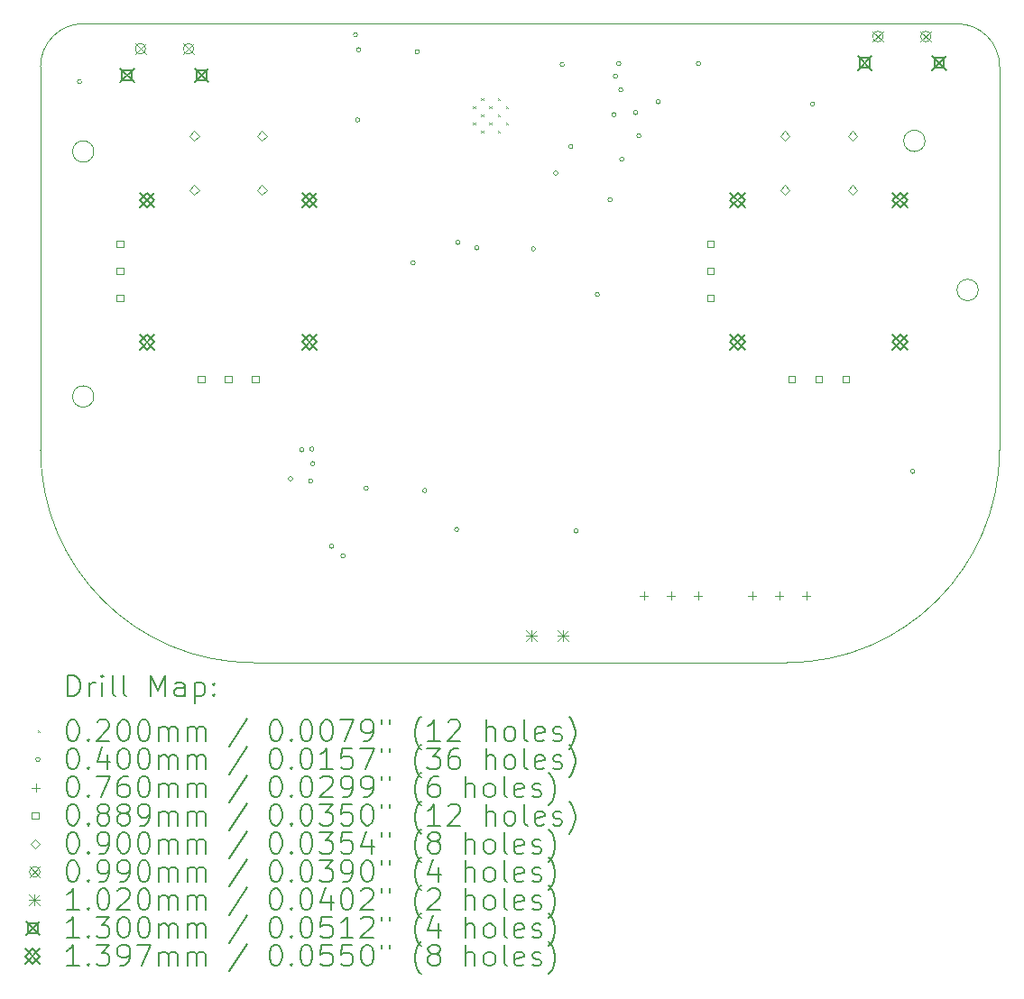
<source format=gbr>
%TF.GenerationSoftware,KiCad,Pcbnew,8.0.6*%
%TF.CreationDate,2025-03-30T10:46:01+02:00*%
%TF.ProjectId,RcSender,52635365-6e64-4657-922e-6b696361645f,rev?*%
%TF.SameCoordinates,Original*%
%TF.FileFunction,Drillmap*%
%TF.FilePolarity,Positive*%
%FSLAX45Y45*%
G04 Gerber Fmt 4.5, Leading zero omitted, Abs format (unit mm)*
G04 Created by KiCad (PCBNEW 8.0.6) date 2025-03-30 10:46:01*
%MOMM*%
%LPD*%
G01*
G04 APERTURE LIST*
%ADD10C,0.100000*%
%ADD11C,0.200000*%
%ADD12C,0.102000*%
%ADD13C,0.130000*%
%ADD14C,0.139700*%
G04 APERTURE END LIST*
D10*
X11915000Y-10676500D02*
G75*
G02*
X11715000Y-10676500I-100000J0D01*
G01*
X11715000Y-10676500D02*
G75*
G02*
X11915000Y-10676500I100000J0D01*
G01*
X12115000Y-12176500D02*
X12115000Y-8576500D01*
X12115000Y-12176500D02*
G75*
G02*
X10115000Y-14176500I-2000000J0D01*
G01*
X3115000Y-8576500D02*
G75*
G02*
X3515000Y-8176500I400000J0D01*
G01*
X11715000Y-8176500D02*
G75*
G02*
X12115000Y-8576500I0J-400000D01*
G01*
X5115000Y-14176500D02*
G75*
G02*
X3115000Y-12176500I0J2000000D01*
G01*
X3515000Y-8176500D02*
X11715000Y-8176500D01*
X11415000Y-9276500D02*
G75*
G02*
X11215000Y-9276500I-100000J0D01*
G01*
X11215000Y-9276500D02*
G75*
G02*
X11415000Y-9276500I100000J0D01*
G01*
X3615000Y-9376500D02*
G75*
G02*
X3415000Y-9376500I-100000J0D01*
G01*
X3415000Y-9376500D02*
G75*
G02*
X3615000Y-9376500I100000J0D01*
G01*
X3615000Y-11676500D02*
G75*
G02*
X3415000Y-11676500I-100000J0D01*
G01*
X3415000Y-11676500D02*
G75*
G02*
X3615000Y-11676500I100000J0D01*
G01*
X3115000Y-8576500D02*
X3115000Y-12176500D01*
X5115000Y-14176500D02*
X10115000Y-14176500D01*
D11*
D10*
X7175000Y-8951250D02*
X7195000Y-8971250D01*
X7195000Y-8951250D02*
X7175000Y-8971250D01*
X7175000Y-9103750D02*
X7195000Y-9123750D01*
X7195000Y-9103750D02*
X7175000Y-9123750D01*
X7251250Y-8875000D02*
X7271250Y-8895000D01*
X7271250Y-8875000D02*
X7251250Y-8895000D01*
X7251250Y-9027500D02*
X7271250Y-9047500D01*
X7271250Y-9027500D02*
X7251250Y-9047500D01*
X7251250Y-9180000D02*
X7271250Y-9200000D01*
X7271250Y-9180000D02*
X7251250Y-9200000D01*
X7327500Y-8951250D02*
X7347500Y-8971250D01*
X7347500Y-8951250D02*
X7327500Y-8971250D01*
X7327500Y-9103750D02*
X7347500Y-9123750D01*
X7347500Y-9103750D02*
X7327500Y-9123750D01*
X7403750Y-8875000D02*
X7423750Y-8895000D01*
X7423750Y-8875000D02*
X7403750Y-8895000D01*
X7403750Y-9027500D02*
X7423750Y-9047500D01*
X7423750Y-9027500D02*
X7403750Y-9047500D01*
X7403750Y-9180000D02*
X7423750Y-9200000D01*
X7423750Y-9180000D02*
X7403750Y-9200000D01*
X7480000Y-8951250D02*
X7500000Y-8971250D01*
X7500000Y-8951250D02*
X7480000Y-8971250D01*
X7480000Y-9103750D02*
X7500000Y-9123750D01*
X7500000Y-9103750D02*
X7480000Y-9123750D01*
X3500000Y-8720000D02*
G75*
G02*
X3460000Y-8720000I-20000J0D01*
G01*
X3460000Y-8720000D02*
G75*
G02*
X3500000Y-8720000I20000J0D01*
G01*
X5480000Y-12450000D02*
G75*
G02*
X5440000Y-12450000I-20000J0D01*
G01*
X5440000Y-12450000D02*
G75*
G02*
X5480000Y-12450000I20000J0D01*
G01*
X5585572Y-12176040D02*
G75*
G02*
X5545572Y-12176040I-20000J0D01*
G01*
X5545572Y-12176040D02*
G75*
G02*
X5585572Y-12176040I20000J0D01*
G01*
X5670000Y-12470000D02*
G75*
G02*
X5630000Y-12470000I-20000J0D01*
G01*
X5630000Y-12470000D02*
G75*
G02*
X5670000Y-12470000I20000J0D01*
G01*
X5680000Y-12170000D02*
G75*
G02*
X5640000Y-12170000I-20000J0D01*
G01*
X5640000Y-12170000D02*
G75*
G02*
X5680000Y-12170000I20000J0D01*
G01*
X5690000Y-12307500D02*
G75*
G02*
X5650000Y-12307500I-20000J0D01*
G01*
X5650000Y-12307500D02*
G75*
G02*
X5690000Y-12307500I20000J0D01*
G01*
X5865000Y-13083429D02*
G75*
G02*
X5825000Y-13083429I-20000J0D01*
G01*
X5825000Y-13083429D02*
G75*
G02*
X5865000Y-13083429I20000J0D01*
G01*
X5972958Y-13172700D02*
G75*
G02*
X5932958Y-13172700I-20000J0D01*
G01*
X5932958Y-13172700D02*
G75*
G02*
X5972958Y-13172700I20000J0D01*
G01*
X6090000Y-8280000D02*
G75*
G02*
X6050000Y-8280000I-20000J0D01*
G01*
X6050000Y-8280000D02*
G75*
G02*
X6090000Y-8280000I20000J0D01*
G01*
X6110000Y-9080000D02*
G75*
G02*
X6070000Y-9080000I-20000J0D01*
G01*
X6070000Y-9080000D02*
G75*
G02*
X6110000Y-9080000I20000J0D01*
G01*
X6120000Y-8420000D02*
G75*
G02*
X6080000Y-8420000I-20000J0D01*
G01*
X6080000Y-8420000D02*
G75*
G02*
X6120000Y-8420000I20000J0D01*
G01*
X6190000Y-12540000D02*
G75*
G02*
X6150000Y-12540000I-20000J0D01*
G01*
X6150000Y-12540000D02*
G75*
G02*
X6190000Y-12540000I20000J0D01*
G01*
X6630000Y-10420000D02*
G75*
G02*
X6590000Y-10420000I-20000J0D01*
G01*
X6590000Y-10420000D02*
G75*
G02*
X6630000Y-10420000I20000J0D01*
G01*
X6670000Y-8440000D02*
G75*
G02*
X6630000Y-8440000I-20000J0D01*
G01*
X6630000Y-8440000D02*
G75*
G02*
X6670000Y-8440000I20000J0D01*
G01*
X6740000Y-12560000D02*
G75*
G02*
X6700000Y-12560000I-20000J0D01*
G01*
X6700000Y-12560000D02*
G75*
G02*
X6740000Y-12560000I20000J0D01*
G01*
X7040000Y-12925000D02*
G75*
G02*
X7000000Y-12925000I-20000J0D01*
G01*
X7000000Y-12925000D02*
G75*
G02*
X7040000Y-12925000I20000J0D01*
G01*
X7050000Y-10230000D02*
G75*
G02*
X7010000Y-10230000I-20000J0D01*
G01*
X7010000Y-10230000D02*
G75*
G02*
X7050000Y-10230000I20000J0D01*
G01*
X7230000Y-10280000D02*
G75*
G02*
X7190000Y-10280000I-20000J0D01*
G01*
X7190000Y-10280000D02*
G75*
G02*
X7230000Y-10280000I20000J0D01*
G01*
X7760000Y-10290000D02*
G75*
G02*
X7720000Y-10290000I-20000J0D01*
G01*
X7720000Y-10290000D02*
G75*
G02*
X7760000Y-10290000I20000J0D01*
G01*
X7970000Y-9580000D02*
G75*
G02*
X7930000Y-9580000I-20000J0D01*
G01*
X7930000Y-9580000D02*
G75*
G02*
X7970000Y-9580000I20000J0D01*
G01*
X8030000Y-8560000D02*
G75*
G02*
X7990000Y-8560000I-20000J0D01*
G01*
X7990000Y-8560000D02*
G75*
G02*
X8030000Y-8560000I20000J0D01*
G01*
X8110000Y-9330000D02*
G75*
G02*
X8070000Y-9330000I-20000J0D01*
G01*
X8070000Y-9330000D02*
G75*
G02*
X8110000Y-9330000I20000J0D01*
G01*
X8160000Y-12940000D02*
G75*
G02*
X8120000Y-12940000I-20000J0D01*
G01*
X8120000Y-12940000D02*
G75*
G02*
X8160000Y-12940000I20000J0D01*
G01*
X8360000Y-10720000D02*
G75*
G02*
X8320000Y-10720000I-20000J0D01*
G01*
X8320000Y-10720000D02*
G75*
G02*
X8360000Y-10720000I20000J0D01*
G01*
X8480000Y-9830000D02*
G75*
G02*
X8440000Y-9830000I-20000J0D01*
G01*
X8440000Y-9830000D02*
G75*
G02*
X8480000Y-9830000I20000J0D01*
G01*
X8517300Y-9030000D02*
G75*
G02*
X8477300Y-9030000I-20000J0D01*
G01*
X8477300Y-9030000D02*
G75*
G02*
X8517300Y-9030000I20000J0D01*
G01*
X8530000Y-8670000D02*
G75*
G02*
X8490000Y-8670000I-20000J0D01*
G01*
X8490000Y-8670000D02*
G75*
G02*
X8530000Y-8670000I20000J0D01*
G01*
X8560000Y-8550000D02*
G75*
G02*
X8520000Y-8550000I-20000J0D01*
G01*
X8520000Y-8550000D02*
G75*
G02*
X8560000Y-8550000I20000J0D01*
G01*
X8580000Y-8797000D02*
G75*
G02*
X8540000Y-8797000I-20000J0D01*
G01*
X8540000Y-8797000D02*
G75*
G02*
X8580000Y-8797000I20000J0D01*
G01*
X8590000Y-9450000D02*
G75*
G02*
X8550000Y-9450000I-20000J0D01*
G01*
X8550000Y-9450000D02*
G75*
G02*
X8590000Y-9450000I20000J0D01*
G01*
X8720000Y-9010000D02*
G75*
G02*
X8680000Y-9010000I-20000J0D01*
G01*
X8680000Y-9010000D02*
G75*
G02*
X8720000Y-9010000I20000J0D01*
G01*
X8750000Y-9230000D02*
G75*
G02*
X8710000Y-9230000I-20000J0D01*
G01*
X8710000Y-9230000D02*
G75*
G02*
X8750000Y-9230000I20000J0D01*
G01*
X8930000Y-8910000D02*
G75*
G02*
X8890000Y-8910000I-20000J0D01*
G01*
X8890000Y-8910000D02*
G75*
G02*
X8930000Y-8910000I20000J0D01*
G01*
X9310000Y-8550000D02*
G75*
G02*
X9270000Y-8550000I-20000J0D01*
G01*
X9270000Y-8550000D02*
G75*
G02*
X9310000Y-8550000I20000J0D01*
G01*
X10380000Y-8930000D02*
G75*
G02*
X10340000Y-8930000I-20000J0D01*
G01*
X10340000Y-8930000D02*
G75*
G02*
X10380000Y-8930000I20000J0D01*
G01*
X11320000Y-12380000D02*
G75*
G02*
X11280000Y-12380000I-20000J0D01*
G01*
X11280000Y-12380000D02*
G75*
G02*
X11320000Y-12380000I20000J0D01*
G01*
X8776000Y-13512000D02*
X8776000Y-13588000D01*
X8738000Y-13550000D02*
X8814000Y-13550000D01*
X9030000Y-13512000D02*
X9030000Y-13588000D01*
X8992000Y-13550000D02*
X9068000Y-13550000D01*
X9284000Y-13512000D02*
X9284000Y-13588000D01*
X9246000Y-13550000D02*
X9322000Y-13550000D01*
X9795000Y-13512000D02*
X9795000Y-13588000D01*
X9757000Y-13550000D02*
X9833000Y-13550000D01*
X10049000Y-13512000D02*
X10049000Y-13588000D01*
X10011000Y-13550000D02*
X10087000Y-13550000D01*
X10303000Y-13512000D02*
X10303000Y-13588000D01*
X10265000Y-13550000D02*
X10341000Y-13550000D01*
X3890431Y-10277431D02*
X3890431Y-10214569D01*
X3827569Y-10214569D01*
X3827569Y-10277431D01*
X3890431Y-10277431D01*
X3890431Y-10531431D02*
X3890431Y-10468569D01*
X3827569Y-10468569D01*
X3827569Y-10531431D01*
X3890431Y-10531431D01*
X3890431Y-10785431D02*
X3890431Y-10722569D01*
X3827569Y-10722569D01*
X3827569Y-10785431D01*
X3890431Y-10785431D01*
X4652431Y-11547431D02*
X4652431Y-11484569D01*
X4589569Y-11484569D01*
X4589569Y-11547431D01*
X4652431Y-11547431D01*
X4906431Y-11547431D02*
X4906431Y-11484569D01*
X4843569Y-11484569D01*
X4843569Y-11547431D01*
X4906431Y-11547431D01*
X5160431Y-11547431D02*
X5160431Y-11484569D01*
X5097569Y-11484569D01*
X5097569Y-11547431D01*
X5160431Y-11547431D01*
X9433431Y-10277431D02*
X9433431Y-10214569D01*
X9370569Y-10214569D01*
X9370569Y-10277431D01*
X9433431Y-10277431D01*
X9433431Y-10531431D02*
X9433431Y-10468569D01*
X9370569Y-10468569D01*
X9370569Y-10531431D01*
X9433431Y-10531431D01*
X9433431Y-10785431D02*
X9433431Y-10722569D01*
X9370569Y-10722569D01*
X9370569Y-10785431D01*
X9433431Y-10785431D01*
X10195431Y-11547431D02*
X10195431Y-11484569D01*
X10132569Y-11484569D01*
X10132569Y-11547431D01*
X10195431Y-11547431D01*
X10449431Y-11547431D02*
X10449431Y-11484569D01*
X10386569Y-11484569D01*
X10386569Y-11547431D01*
X10449431Y-11547431D01*
X10703431Y-11547431D02*
X10703431Y-11484569D01*
X10640569Y-11484569D01*
X10640569Y-11547431D01*
X10703431Y-11547431D01*
X4557500Y-9275000D02*
X4602500Y-9230000D01*
X4557500Y-9185000D01*
X4512500Y-9230000D01*
X4557500Y-9275000D01*
X4557500Y-9783000D02*
X4602500Y-9738000D01*
X4557500Y-9693000D01*
X4512500Y-9738000D01*
X4557500Y-9783000D01*
X5192500Y-9275000D02*
X5237500Y-9230000D01*
X5192500Y-9185000D01*
X5147500Y-9230000D01*
X5192500Y-9275000D01*
X5192500Y-9783000D02*
X5237500Y-9738000D01*
X5192500Y-9693000D01*
X5147500Y-9738000D01*
X5192500Y-9783000D01*
X10100500Y-9275000D02*
X10145500Y-9230000D01*
X10100500Y-9185000D01*
X10055500Y-9230000D01*
X10100500Y-9275000D01*
X10100500Y-9783000D02*
X10145500Y-9738000D01*
X10100500Y-9693000D01*
X10055500Y-9738000D01*
X10100500Y-9783000D01*
X10735500Y-9275000D02*
X10780500Y-9230000D01*
X10735500Y-9185000D01*
X10690500Y-9230000D01*
X10735500Y-9275000D01*
X10735500Y-9783000D02*
X10780500Y-9738000D01*
X10735500Y-9693000D01*
X10690500Y-9738000D01*
X10735500Y-9783000D01*
X4003000Y-8361750D02*
X4102000Y-8460750D01*
X4102000Y-8361750D02*
X4003000Y-8460750D01*
X4102000Y-8411250D02*
G75*
G02*
X4003000Y-8411250I-49500J0D01*
G01*
X4003000Y-8411250D02*
G75*
G02*
X4102000Y-8411250I49500J0D01*
G01*
X4453000Y-8361750D02*
X4552000Y-8460750D01*
X4552000Y-8361750D02*
X4453000Y-8460750D01*
X4552000Y-8411250D02*
G75*
G02*
X4453000Y-8411250I-49500J0D01*
G01*
X4453000Y-8411250D02*
G75*
G02*
X4552000Y-8411250I49500J0D01*
G01*
X10923000Y-8246750D02*
X11022000Y-8345750D01*
X11022000Y-8246750D02*
X10923000Y-8345750D01*
X11022000Y-8296250D02*
G75*
G02*
X10923000Y-8296250I-49500J0D01*
G01*
X10923000Y-8296250D02*
G75*
G02*
X11022000Y-8296250I49500J0D01*
G01*
X11373000Y-8246750D02*
X11472000Y-8345750D01*
X11472000Y-8246750D02*
X11373000Y-8345750D01*
X11472000Y-8296250D02*
G75*
G02*
X11373000Y-8296250I-49500J0D01*
G01*
X11373000Y-8296250D02*
G75*
G02*
X11472000Y-8296250I49500J0D01*
G01*
D12*
X7669000Y-13869000D02*
X7771000Y-13971000D01*
X7771000Y-13869000D02*
X7669000Y-13971000D01*
X7720000Y-13869000D02*
X7720000Y-13971000D01*
X7669000Y-13920000D02*
X7771000Y-13920000D01*
X7969000Y-13869000D02*
X8071000Y-13971000D01*
X8071000Y-13869000D02*
X7969000Y-13971000D01*
X8020000Y-13869000D02*
X8020000Y-13971000D01*
X7969000Y-13920000D02*
X8071000Y-13920000D01*
D13*
X3862500Y-8595250D02*
X3992500Y-8725250D01*
X3992500Y-8595250D02*
X3862500Y-8725250D01*
X3973462Y-8706212D02*
X3973462Y-8614288D01*
X3881538Y-8614288D01*
X3881538Y-8706212D01*
X3973462Y-8706212D01*
X4563500Y-8595250D02*
X4693500Y-8725250D01*
X4693500Y-8595250D02*
X4563500Y-8725250D01*
X4674462Y-8706212D02*
X4674462Y-8614288D01*
X4582538Y-8614288D01*
X4582538Y-8706212D01*
X4674462Y-8706212D01*
X10782500Y-8480250D02*
X10912500Y-8610250D01*
X10912500Y-8480250D02*
X10782500Y-8610250D01*
X10893462Y-8591212D02*
X10893462Y-8499288D01*
X10801538Y-8499288D01*
X10801538Y-8591212D01*
X10893462Y-8591212D01*
X11483500Y-8480250D02*
X11613500Y-8610250D01*
X11613500Y-8480250D02*
X11483500Y-8610250D01*
X11594462Y-8591212D02*
X11594462Y-8499288D01*
X11502538Y-8499288D01*
X11502538Y-8591212D01*
X11594462Y-8591212D01*
D14*
X4043150Y-9763400D02*
X4182850Y-9903100D01*
X4182850Y-9763400D02*
X4043150Y-9903100D01*
X4113000Y-9903100D02*
X4182850Y-9833250D01*
X4113000Y-9763400D01*
X4043150Y-9833250D01*
X4113000Y-9903100D01*
X4043150Y-11096900D02*
X4182850Y-11236600D01*
X4182850Y-11096900D02*
X4043150Y-11236600D01*
X4113000Y-11236600D02*
X4182850Y-11166750D01*
X4113000Y-11096900D01*
X4043150Y-11166750D01*
X4113000Y-11236600D01*
X5567150Y-9763400D02*
X5706850Y-9903100D01*
X5706850Y-9763400D02*
X5567150Y-9903100D01*
X5637000Y-9903100D02*
X5706850Y-9833250D01*
X5637000Y-9763400D01*
X5567150Y-9833250D01*
X5637000Y-9903100D01*
X5567150Y-11096900D02*
X5706850Y-11236600D01*
X5706850Y-11096900D02*
X5567150Y-11236600D01*
X5637000Y-11236600D02*
X5706850Y-11166750D01*
X5637000Y-11096900D01*
X5567150Y-11166750D01*
X5637000Y-11236600D01*
X9586150Y-9763400D02*
X9725850Y-9903100D01*
X9725850Y-9763400D02*
X9586150Y-9903100D01*
X9656000Y-9903100D02*
X9725850Y-9833250D01*
X9656000Y-9763400D01*
X9586150Y-9833250D01*
X9656000Y-9903100D01*
X9586150Y-11096900D02*
X9725850Y-11236600D01*
X9725850Y-11096900D02*
X9586150Y-11236600D01*
X9656000Y-11236600D02*
X9725850Y-11166750D01*
X9656000Y-11096900D01*
X9586150Y-11166750D01*
X9656000Y-11236600D01*
X11110150Y-9763400D02*
X11249850Y-9903100D01*
X11249850Y-9763400D02*
X11110150Y-9903100D01*
X11180000Y-9903100D02*
X11249850Y-9833250D01*
X11180000Y-9763400D01*
X11110150Y-9833250D01*
X11180000Y-9903100D01*
X11110150Y-11096900D02*
X11249850Y-11236600D01*
X11249850Y-11096900D02*
X11110150Y-11236600D01*
X11180000Y-11236600D02*
X11249850Y-11166750D01*
X11180000Y-11096900D01*
X11110150Y-11166750D01*
X11180000Y-11236600D01*
D11*
X3370777Y-14492984D02*
X3370777Y-14292984D01*
X3370777Y-14292984D02*
X3418396Y-14292984D01*
X3418396Y-14292984D02*
X3446967Y-14302508D01*
X3446967Y-14302508D02*
X3466015Y-14321555D01*
X3466015Y-14321555D02*
X3475539Y-14340603D01*
X3475539Y-14340603D02*
X3485062Y-14378698D01*
X3485062Y-14378698D02*
X3485062Y-14407269D01*
X3485062Y-14407269D02*
X3475539Y-14445365D01*
X3475539Y-14445365D02*
X3466015Y-14464412D01*
X3466015Y-14464412D02*
X3446967Y-14483460D01*
X3446967Y-14483460D02*
X3418396Y-14492984D01*
X3418396Y-14492984D02*
X3370777Y-14492984D01*
X3570777Y-14492984D02*
X3570777Y-14359650D01*
X3570777Y-14397746D02*
X3580301Y-14378698D01*
X3580301Y-14378698D02*
X3589824Y-14369174D01*
X3589824Y-14369174D02*
X3608872Y-14359650D01*
X3608872Y-14359650D02*
X3627920Y-14359650D01*
X3694586Y-14492984D02*
X3694586Y-14359650D01*
X3694586Y-14292984D02*
X3685062Y-14302508D01*
X3685062Y-14302508D02*
X3694586Y-14312031D01*
X3694586Y-14312031D02*
X3704110Y-14302508D01*
X3704110Y-14302508D02*
X3694586Y-14292984D01*
X3694586Y-14292984D02*
X3694586Y-14312031D01*
X3818396Y-14492984D02*
X3799348Y-14483460D01*
X3799348Y-14483460D02*
X3789824Y-14464412D01*
X3789824Y-14464412D02*
X3789824Y-14292984D01*
X3923158Y-14492984D02*
X3904110Y-14483460D01*
X3904110Y-14483460D02*
X3894586Y-14464412D01*
X3894586Y-14464412D02*
X3894586Y-14292984D01*
X4151729Y-14492984D02*
X4151729Y-14292984D01*
X4151729Y-14292984D02*
X4218396Y-14435841D01*
X4218396Y-14435841D02*
X4285063Y-14292984D01*
X4285063Y-14292984D02*
X4285063Y-14492984D01*
X4466015Y-14492984D02*
X4466015Y-14388222D01*
X4466015Y-14388222D02*
X4456491Y-14369174D01*
X4456491Y-14369174D02*
X4437444Y-14359650D01*
X4437444Y-14359650D02*
X4399348Y-14359650D01*
X4399348Y-14359650D02*
X4380301Y-14369174D01*
X4466015Y-14483460D02*
X4446967Y-14492984D01*
X4446967Y-14492984D02*
X4399348Y-14492984D01*
X4399348Y-14492984D02*
X4380301Y-14483460D01*
X4380301Y-14483460D02*
X4370777Y-14464412D01*
X4370777Y-14464412D02*
X4370777Y-14445365D01*
X4370777Y-14445365D02*
X4380301Y-14426317D01*
X4380301Y-14426317D02*
X4399348Y-14416793D01*
X4399348Y-14416793D02*
X4446967Y-14416793D01*
X4446967Y-14416793D02*
X4466015Y-14407269D01*
X4561253Y-14359650D02*
X4561253Y-14559650D01*
X4561253Y-14369174D02*
X4580301Y-14359650D01*
X4580301Y-14359650D02*
X4618396Y-14359650D01*
X4618396Y-14359650D02*
X4637444Y-14369174D01*
X4637444Y-14369174D02*
X4646967Y-14378698D01*
X4646967Y-14378698D02*
X4656491Y-14397746D01*
X4656491Y-14397746D02*
X4656491Y-14454888D01*
X4656491Y-14454888D02*
X4646967Y-14473936D01*
X4646967Y-14473936D02*
X4637444Y-14483460D01*
X4637444Y-14483460D02*
X4618396Y-14492984D01*
X4618396Y-14492984D02*
X4580301Y-14492984D01*
X4580301Y-14492984D02*
X4561253Y-14483460D01*
X4742205Y-14473936D02*
X4751729Y-14483460D01*
X4751729Y-14483460D02*
X4742205Y-14492984D01*
X4742205Y-14492984D02*
X4732682Y-14483460D01*
X4732682Y-14483460D02*
X4742205Y-14473936D01*
X4742205Y-14473936D02*
X4742205Y-14492984D01*
X4742205Y-14369174D02*
X4751729Y-14378698D01*
X4751729Y-14378698D02*
X4742205Y-14388222D01*
X4742205Y-14388222D02*
X4732682Y-14378698D01*
X4732682Y-14378698D02*
X4742205Y-14369174D01*
X4742205Y-14369174D02*
X4742205Y-14388222D01*
D10*
X3090000Y-14811500D02*
X3110000Y-14831500D01*
X3110000Y-14811500D02*
X3090000Y-14831500D01*
D11*
X3408872Y-14712984D02*
X3427920Y-14712984D01*
X3427920Y-14712984D02*
X3446967Y-14722508D01*
X3446967Y-14722508D02*
X3456491Y-14732031D01*
X3456491Y-14732031D02*
X3466015Y-14751079D01*
X3466015Y-14751079D02*
X3475539Y-14789174D01*
X3475539Y-14789174D02*
X3475539Y-14836793D01*
X3475539Y-14836793D02*
X3466015Y-14874888D01*
X3466015Y-14874888D02*
X3456491Y-14893936D01*
X3456491Y-14893936D02*
X3446967Y-14903460D01*
X3446967Y-14903460D02*
X3427920Y-14912984D01*
X3427920Y-14912984D02*
X3408872Y-14912984D01*
X3408872Y-14912984D02*
X3389824Y-14903460D01*
X3389824Y-14903460D02*
X3380301Y-14893936D01*
X3380301Y-14893936D02*
X3370777Y-14874888D01*
X3370777Y-14874888D02*
X3361253Y-14836793D01*
X3361253Y-14836793D02*
X3361253Y-14789174D01*
X3361253Y-14789174D02*
X3370777Y-14751079D01*
X3370777Y-14751079D02*
X3380301Y-14732031D01*
X3380301Y-14732031D02*
X3389824Y-14722508D01*
X3389824Y-14722508D02*
X3408872Y-14712984D01*
X3561253Y-14893936D02*
X3570777Y-14903460D01*
X3570777Y-14903460D02*
X3561253Y-14912984D01*
X3561253Y-14912984D02*
X3551729Y-14903460D01*
X3551729Y-14903460D02*
X3561253Y-14893936D01*
X3561253Y-14893936D02*
X3561253Y-14912984D01*
X3646967Y-14732031D02*
X3656491Y-14722508D01*
X3656491Y-14722508D02*
X3675539Y-14712984D01*
X3675539Y-14712984D02*
X3723158Y-14712984D01*
X3723158Y-14712984D02*
X3742205Y-14722508D01*
X3742205Y-14722508D02*
X3751729Y-14732031D01*
X3751729Y-14732031D02*
X3761253Y-14751079D01*
X3761253Y-14751079D02*
X3761253Y-14770127D01*
X3761253Y-14770127D02*
X3751729Y-14798698D01*
X3751729Y-14798698D02*
X3637443Y-14912984D01*
X3637443Y-14912984D02*
X3761253Y-14912984D01*
X3885062Y-14712984D02*
X3904110Y-14712984D01*
X3904110Y-14712984D02*
X3923158Y-14722508D01*
X3923158Y-14722508D02*
X3932682Y-14732031D01*
X3932682Y-14732031D02*
X3942205Y-14751079D01*
X3942205Y-14751079D02*
X3951729Y-14789174D01*
X3951729Y-14789174D02*
X3951729Y-14836793D01*
X3951729Y-14836793D02*
X3942205Y-14874888D01*
X3942205Y-14874888D02*
X3932682Y-14893936D01*
X3932682Y-14893936D02*
X3923158Y-14903460D01*
X3923158Y-14903460D02*
X3904110Y-14912984D01*
X3904110Y-14912984D02*
X3885062Y-14912984D01*
X3885062Y-14912984D02*
X3866015Y-14903460D01*
X3866015Y-14903460D02*
X3856491Y-14893936D01*
X3856491Y-14893936D02*
X3846967Y-14874888D01*
X3846967Y-14874888D02*
X3837443Y-14836793D01*
X3837443Y-14836793D02*
X3837443Y-14789174D01*
X3837443Y-14789174D02*
X3846967Y-14751079D01*
X3846967Y-14751079D02*
X3856491Y-14732031D01*
X3856491Y-14732031D02*
X3866015Y-14722508D01*
X3866015Y-14722508D02*
X3885062Y-14712984D01*
X4075539Y-14712984D02*
X4094586Y-14712984D01*
X4094586Y-14712984D02*
X4113634Y-14722508D01*
X4113634Y-14722508D02*
X4123158Y-14732031D01*
X4123158Y-14732031D02*
X4132682Y-14751079D01*
X4132682Y-14751079D02*
X4142205Y-14789174D01*
X4142205Y-14789174D02*
X4142205Y-14836793D01*
X4142205Y-14836793D02*
X4132682Y-14874888D01*
X4132682Y-14874888D02*
X4123158Y-14893936D01*
X4123158Y-14893936D02*
X4113634Y-14903460D01*
X4113634Y-14903460D02*
X4094586Y-14912984D01*
X4094586Y-14912984D02*
X4075539Y-14912984D01*
X4075539Y-14912984D02*
X4056491Y-14903460D01*
X4056491Y-14903460D02*
X4046967Y-14893936D01*
X4046967Y-14893936D02*
X4037443Y-14874888D01*
X4037443Y-14874888D02*
X4027920Y-14836793D01*
X4027920Y-14836793D02*
X4027920Y-14789174D01*
X4027920Y-14789174D02*
X4037443Y-14751079D01*
X4037443Y-14751079D02*
X4046967Y-14732031D01*
X4046967Y-14732031D02*
X4056491Y-14722508D01*
X4056491Y-14722508D02*
X4075539Y-14712984D01*
X4227920Y-14912984D02*
X4227920Y-14779650D01*
X4227920Y-14798698D02*
X4237444Y-14789174D01*
X4237444Y-14789174D02*
X4256491Y-14779650D01*
X4256491Y-14779650D02*
X4285063Y-14779650D01*
X4285063Y-14779650D02*
X4304110Y-14789174D01*
X4304110Y-14789174D02*
X4313634Y-14808222D01*
X4313634Y-14808222D02*
X4313634Y-14912984D01*
X4313634Y-14808222D02*
X4323158Y-14789174D01*
X4323158Y-14789174D02*
X4342205Y-14779650D01*
X4342205Y-14779650D02*
X4370777Y-14779650D01*
X4370777Y-14779650D02*
X4389825Y-14789174D01*
X4389825Y-14789174D02*
X4399348Y-14808222D01*
X4399348Y-14808222D02*
X4399348Y-14912984D01*
X4494586Y-14912984D02*
X4494586Y-14779650D01*
X4494586Y-14798698D02*
X4504110Y-14789174D01*
X4504110Y-14789174D02*
X4523158Y-14779650D01*
X4523158Y-14779650D02*
X4551729Y-14779650D01*
X4551729Y-14779650D02*
X4570777Y-14789174D01*
X4570777Y-14789174D02*
X4580301Y-14808222D01*
X4580301Y-14808222D02*
X4580301Y-14912984D01*
X4580301Y-14808222D02*
X4589825Y-14789174D01*
X4589825Y-14789174D02*
X4608872Y-14779650D01*
X4608872Y-14779650D02*
X4637444Y-14779650D01*
X4637444Y-14779650D02*
X4656491Y-14789174D01*
X4656491Y-14789174D02*
X4666015Y-14808222D01*
X4666015Y-14808222D02*
X4666015Y-14912984D01*
X5056491Y-14703460D02*
X4885063Y-14960603D01*
X5313634Y-14712984D02*
X5332682Y-14712984D01*
X5332682Y-14712984D02*
X5351729Y-14722508D01*
X5351729Y-14722508D02*
X5361253Y-14732031D01*
X5361253Y-14732031D02*
X5370777Y-14751079D01*
X5370777Y-14751079D02*
X5380301Y-14789174D01*
X5380301Y-14789174D02*
X5380301Y-14836793D01*
X5380301Y-14836793D02*
X5370777Y-14874888D01*
X5370777Y-14874888D02*
X5361253Y-14893936D01*
X5361253Y-14893936D02*
X5351729Y-14903460D01*
X5351729Y-14903460D02*
X5332682Y-14912984D01*
X5332682Y-14912984D02*
X5313634Y-14912984D01*
X5313634Y-14912984D02*
X5294587Y-14903460D01*
X5294587Y-14903460D02*
X5285063Y-14893936D01*
X5285063Y-14893936D02*
X5275539Y-14874888D01*
X5275539Y-14874888D02*
X5266015Y-14836793D01*
X5266015Y-14836793D02*
X5266015Y-14789174D01*
X5266015Y-14789174D02*
X5275539Y-14751079D01*
X5275539Y-14751079D02*
X5285063Y-14732031D01*
X5285063Y-14732031D02*
X5294587Y-14722508D01*
X5294587Y-14722508D02*
X5313634Y-14712984D01*
X5466015Y-14893936D02*
X5475539Y-14903460D01*
X5475539Y-14903460D02*
X5466015Y-14912984D01*
X5466015Y-14912984D02*
X5456491Y-14903460D01*
X5456491Y-14903460D02*
X5466015Y-14893936D01*
X5466015Y-14893936D02*
X5466015Y-14912984D01*
X5599348Y-14712984D02*
X5618396Y-14712984D01*
X5618396Y-14712984D02*
X5637444Y-14722508D01*
X5637444Y-14722508D02*
X5646967Y-14732031D01*
X5646967Y-14732031D02*
X5656491Y-14751079D01*
X5656491Y-14751079D02*
X5666015Y-14789174D01*
X5666015Y-14789174D02*
X5666015Y-14836793D01*
X5666015Y-14836793D02*
X5656491Y-14874888D01*
X5656491Y-14874888D02*
X5646967Y-14893936D01*
X5646967Y-14893936D02*
X5637444Y-14903460D01*
X5637444Y-14903460D02*
X5618396Y-14912984D01*
X5618396Y-14912984D02*
X5599348Y-14912984D01*
X5599348Y-14912984D02*
X5580301Y-14903460D01*
X5580301Y-14903460D02*
X5570777Y-14893936D01*
X5570777Y-14893936D02*
X5561253Y-14874888D01*
X5561253Y-14874888D02*
X5551729Y-14836793D01*
X5551729Y-14836793D02*
X5551729Y-14789174D01*
X5551729Y-14789174D02*
X5561253Y-14751079D01*
X5561253Y-14751079D02*
X5570777Y-14732031D01*
X5570777Y-14732031D02*
X5580301Y-14722508D01*
X5580301Y-14722508D02*
X5599348Y-14712984D01*
X5789825Y-14712984D02*
X5808872Y-14712984D01*
X5808872Y-14712984D02*
X5827920Y-14722508D01*
X5827920Y-14722508D02*
X5837444Y-14732031D01*
X5837444Y-14732031D02*
X5846967Y-14751079D01*
X5846967Y-14751079D02*
X5856491Y-14789174D01*
X5856491Y-14789174D02*
X5856491Y-14836793D01*
X5856491Y-14836793D02*
X5846967Y-14874888D01*
X5846967Y-14874888D02*
X5837444Y-14893936D01*
X5837444Y-14893936D02*
X5827920Y-14903460D01*
X5827920Y-14903460D02*
X5808872Y-14912984D01*
X5808872Y-14912984D02*
X5789825Y-14912984D01*
X5789825Y-14912984D02*
X5770777Y-14903460D01*
X5770777Y-14903460D02*
X5761253Y-14893936D01*
X5761253Y-14893936D02*
X5751729Y-14874888D01*
X5751729Y-14874888D02*
X5742206Y-14836793D01*
X5742206Y-14836793D02*
X5742206Y-14789174D01*
X5742206Y-14789174D02*
X5751729Y-14751079D01*
X5751729Y-14751079D02*
X5761253Y-14732031D01*
X5761253Y-14732031D02*
X5770777Y-14722508D01*
X5770777Y-14722508D02*
X5789825Y-14712984D01*
X5923158Y-14712984D02*
X6056491Y-14712984D01*
X6056491Y-14712984D02*
X5970777Y-14912984D01*
X6142206Y-14912984D02*
X6180301Y-14912984D01*
X6180301Y-14912984D02*
X6199348Y-14903460D01*
X6199348Y-14903460D02*
X6208872Y-14893936D01*
X6208872Y-14893936D02*
X6227920Y-14865365D01*
X6227920Y-14865365D02*
X6237444Y-14827269D01*
X6237444Y-14827269D02*
X6237444Y-14751079D01*
X6237444Y-14751079D02*
X6227920Y-14732031D01*
X6227920Y-14732031D02*
X6218396Y-14722508D01*
X6218396Y-14722508D02*
X6199348Y-14712984D01*
X6199348Y-14712984D02*
X6161253Y-14712984D01*
X6161253Y-14712984D02*
X6142206Y-14722508D01*
X6142206Y-14722508D02*
X6132682Y-14732031D01*
X6132682Y-14732031D02*
X6123158Y-14751079D01*
X6123158Y-14751079D02*
X6123158Y-14798698D01*
X6123158Y-14798698D02*
X6132682Y-14817746D01*
X6132682Y-14817746D02*
X6142206Y-14827269D01*
X6142206Y-14827269D02*
X6161253Y-14836793D01*
X6161253Y-14836793D02*
X6199348Y-14836793D01*
X6199348Y-14836793D02*
X6218396Y-14827269D01*
X6218396Y-14827269D02*
X6227920Y-14817746D01*
X6227920Y-14817746D02*
X6237444Y-14798698D01*
X6313634Y-14712984D02*
X6313634Y-14751079D01*
X6389825Y-14712984D02*
X6389825Y-14751079D01*
X6685063Y-14989174D02*
X6675539Y-14979650D01*
X6675539Y-14979650D02*
X6656491Y-14951079D01*
X6656491Y-14951079D02*
X6646968Y-14932031D01*
X6646968Y-14932031D02*
X6637444Y-14903460D01*
X6637444Y-14903460D02*
X6627920Y-14855841D01*
X6627920Y-14855841D02*
X6627920Y-14817746D01*
X6627920Y-14817746D02*
X6637444Y-14770127D01*
X6637444Y-14770127D02*
X6646968Y-14741555D01*
X6646968Y-14741555D02*
X6656491Y-14722508D01*
X6656491Y-14722508D02*
X6675539Y-14693936D01*
X6675539Y-14693936D02*
X6685063Y-14684412D01*
X6866015Y-14912984D02*
X6751729Y-14912984D01*
X6808872Y-14912984D02*
X6808872Y-14712984D01*
X6808872Y-14712984D02*
X6789825Y-14741555D01*
X6789825Y-14741555D02*
X6770777Y-14760603D01*
X6770777Y-14760603D02*
X6751729Y-14770127D01*
X6942206Y-14732031D02*
X6951729Y-14722508D01*
X6951729Y-14722508D02*
X6970777Y-14712984D01*
X6970777Y-14712984D02*
X7018396Y-14712984D01*
X7018396Y-14712984D02*
X7037444Y-14722508D01*
X7037444Y-14722508D02*
X7046968Y-14732031D01*
X7046968Y-14732031D02*
X7056491Y-14751079D01*
X7056491Y-14751079D02*
X7056491Y-14770127D01*
X7056491Y-14770127D02*
X7046968Y-14798698D01*
X7046968Y-14798698D02*
X6932682Y-14912984D01*
X6932682Y-14912984D02*
X7056491Y-14912984D01*
X7294587Y-14912984D02*
X7294587Y-14712984D01*
X7380301Y-14912984D02*
X7380301Y-14808222D01*
X7380301Y-14808222D02*
X7370777Y-14789174D01*
X7370777Y-14789174D02*
X7351730Y-14779650D01*
X7351730Y-14779650D02*
X7323158Y-14779650D01*
X7323158Y-14779650D02*
X7304110Y-14789174D01*
X7304110Y-14789174D02*
X7294587Y-14798698D01*
X7504110Y-14912984D02*
X7485063Y-14903460D01*
X7485063Y-14903460D02*
X7475539Y-14893936D01*
X7475539Y-14893936D02*
X7466015Y-14874888D01*
X7466015Y-14874888D02*
X7466015Y-14817746D01*
X7466015Y-14817746D02*
X7475539Y-14798698D01*
X7475539Y-14798698D02*
X7485063Y-14789174D01*
X7485063Y-14789174D02*
X7504110Y-14779650D01*
X7504110Y-14779650D02*
X7532682Y-14779650D01*
X7532682Y-14779650D02*
X7551730Y-14789174D01*
X7551730Y-14789174D02*
X7561253Y-14798698D01*
X7561253Y-14798698D02*
X7570777Y-14817746D01*
X7570777Y-14817746D02*
X7570777Y-14874888D01*
X7570777Y-14874888D02*
X7561253Y-14893936D01*
X7561253Y-14893936D02*
X7551730Y-14903460D01*
X7551730Y-14903460D02*
X7532682Y-14912984D01*
X7532682Y-14912984D02*
X7504110Y-14912984D01*
X7685063Y-14912984D02*
X7666015Y-14903460D01*
X7666015Y-14903460D02*
X7656491Y-14884412D01*
X7656491Y-14884412D02*
X7656491Y-14712984D01*
X7837444Y-14903460D02*
X7818396Y-14912984D01*
X7818396Y-14912984D02*
X7780301Y-14912984D01*
X7780301Y-14912984D02*
X7761253Y-14903460D01*
X7761253Y-14903460D02*
X7751730Y-14884412D01*
X7751730Y-14884412D02*
X7751730Y-14808222D01*
X7751730Y-14808222D02*
X7761253Y-14789174D01*
X7761253Y-14789174D02*
X7780301Y-14779650D01*
X7780301Y-14779650D02*
X7818396Y-14779650D01*
X7818396Y-14779650D02*
X7837444Y-14789174D01*
X7837444Y-14789174D02*
X7846968Y-14808222D01*
X7846968Y-14808222D02*
X7846968Y-14827269D01*
X7846968Y-14827269D02*
X7751730Y-14846317D01*
X7923158Y-14903460D02*
X7942206Y-14912984D01*
X7942206Y-14912984D02*
X7980301Y-14912984D01*
X7980301Y-14912984D02*
X7999349Y-14903460D01*
X7999349Y-14903460D02*
X8008872Y-14884412D01*
X8008872Y-14884412D02*
X8008872Y-14874888D01*
X8008872Y-14874888D02*
X7999349Y-14855841D01*
X7999349Y-14855841D02*
X7980301Y-14846317D01*
X7980301Y-14846317D02*
X7951730Y-14846317D01*
X7951730Y-14846317D02*
X7932682Y-14836793D01*
X7932682Y-14836793D02*
X7923158Y-14817746D01*
X7923158Y-14817746D02*
X7923158Y-14808222D01*
X7923158Y-14808222D02*
X7932682Y-14789174D01*
X7932682Y-14789174D02*
X7951730Y-14779650D01*
X7951730Y-14779650D02*
X7980301Y-14779650D01*
X7980301Y-14779650D02*
X7999349Y-14789174D01*
X8075539Y-14989174D02*
X8085063Y-14979650D01*
X8085063Y-14979650D02*
X8104111Y-14951079D01*
X8104111Y-14951079D02*
X8113634Y-14932031D01*
X8113634Y-14932031D02*
X8123158Y-14903460D01*
X8123158Y-14903460D02*
X8132682Y-14855841D01*
X8132682Y-14855841D02*
X8132682Y-14817746D01*
X8132682Y-14817746D02*
X8123158Y-14770127D01*
X8123158Y-14770127D02*
X8113634Y-14741555D01*
X8113634Y-14741555D02*
X8104111Y-14722508D01*
X8104111Y-14722508D02*
X8085063Y-14693936D01*
X8085063Y-14693936D02*
X8075539Y-14684412D01*
D10*
X3110000Y-15085500D02*
G75*
G02*
X3070000Y-15085500I-20000J0D01*
G01*
X3070000Y-15085500D02*
G75*
G02*
X3110000Y-15085500I20000J0D01*
G01*
D11*
X3408872Y-14976984D02*
X3427920Y-14976984D01*
X3427920Y-14976984D02*
X3446967Y-14986508D01*
X3446967Y-14986508D02*
X3456491Y-14996031D01*
X3456491Y-14996031D02*
X3466015Y-15015079D01*
X3466015Y-15015079D02*
X3475539Y-15053174D01*
X3475539Y-15053174D02*
X3475539Y-15100793D01*
X3475539Y-15100793D02*
X3466015Y-15138888D01*
X3466015Y-15138888D02*
X3456491Y-15157936D01*
X3456491Y-15157936D02*
X3446967Y-15167460D01*
X3446967Y-15167460D02*
X3427920Y-15176984D01*
X3427920Y-15176984D02*
X3408872Y-15176984D01*
X3408872Y-15176984D02*
X3389824Y-15167460D01*
X3389824Y-15167460D02*
X3380301Y-15157936D01*
X3380301Y-15157936D02*
X3370777Y-15138888D01*
X3370777Y-15138888D02*
X3361253Y-15100793D01*
X3361253Y-15100793D02*
X3361253Y-15053174D01*
X3361253Y-15053174D02*
X3370777Y-15015079D01*
X3370777Y-15015079D02*
X3380301Y-14996031D01*
X3380301Y-14996031D02*
X3389824Y-14986508D01*
X3389824Y-14986508D02*
X3408872Y-14976984D01*
X3561253Y-15157936D02*
X3570777Y-15167460D01*
X3570777Y-15167460D02*
X3561253Y-15176984D01*
X3561253Y-15176984D02*
X3551729Y-15167460D01*
X3551729Y-15167460D02*
X3561253Y-15157936D01*
X3561253Y-15157936D02*
X3561253Y-15176984D01*
X3742205Y-15043650D02*
X3742205Y-15176984D01*
X3694586Y-14967460D02*
X3646967Y-15110317D01*
X3646967Y-15110317D02*
X3770777Y-15110317D01*
X3885062Y-14976984D02*
X3904110Y-14976984D01*
X3904110Y-14976984D02*
X3923158Y-14986508D01*
X3923158Y-14986508D02*
X3932682Y-14996031D01*
X3932682Y-14996031D02*
X3942205Y-15015079D01*
X3942205Y-15015079D02*
X3951729Y-15053174D01*
X3951729Y-15053174D02*
X3951729Y-15100793D01*
X3951729Y-15100793D02*
X3942205Y-15138888D01*
X3942205Y-15138888D02*
X3932682Y-15157936D01*
X3932682Y-15157936D02*
X3923158Y-15167460D01*
X3923158Y-15167460D02*
X3904110Y-15176984D01*
X3904110Y-15176984D02*
X3885062Y-15176984D01*
X3885062Y-15176984D02*
X3866015Y-15167460D01*
X3866015Y-15167460D02*
X3856491Y-15157936D01*
X3856491Y-15157936D02*
X3846967Y-15138888D01*
X3846967Y-15138888D02*
X3837443Y-15100793D01*
X3837443Y-15100793D02*
X3837443Y-15053174D01*
X3837443Y-15053174D02*
X3846967Y-15015079D01*
X3846967Y-15015079D02*
X3856491Y-14996031D01*
X3856491Y-14996031D02*
X3866015Y-14986508D01*
X3866015Y-14986508D02*
X3885062Y-14976984D01*
X4075539Y-14976984D02*
X4094586Y-14976984D01*
X4094586Y-14976984D02*
X4113634Y-14986508D01*
X4113634Y-14986508D02*
X4123158Y-14996031D01*
X4123158Y-14996031D02*
X4132682Y-15015079D01*
X4132682Y-15015079D02*
X4142205Y-15053174D01*
X4142205Y-15053174D02*
X4142205Y-15100793D01*
X4142205Y-15100793D02*
X4132682Y-15138888D01*
X4132682Y-15138888D02*
X4123158Y-15157936D01*
X4123158Y-15157936D02*
X4113634Y-15167460D01*
X4113634Y-15167460D02*
X4094586Y-15176984D01*
X4094586Y-15176984D02*
X4075539Y-15176984D01*
X4075539Y-15176984D02*
X4056491Y-15167460D01*
X4056491Y-15167460D02*
X4046967Y-15157936D01*
X4046967Y-15157936D02*
X4037443Y-15138888D01*
X4037443Y-15138888D02*
X4027920Y-15100793D01*
X4027920Y-15100793D02*
X4027920Y-15053174D01*
X4027920Y-15053174D02*
X4037443Y-15015079D01*
X4037443Y-15015079D02*
X4046967Y-14996031D01*
X4046967Y-14996031D02*
X4056491Y-14986508D01*
X4056491Y-14986508D02*
X4075539Y-14976984D01*
X4227920Y-15176984D02*
X4227920Y-15043650D01*
X4227920Y-15062698D02*
X4237444Y-15053174D01*
X4237444Y-15053174D02*
X4256491Y-15043650D01*
X4256491Y-15043650D02*
X4285063Y-15043650D01*
X4285063Y-15043650D02*
X4304110Y-15053174D01*
X4304110Y-15053174D02*
X4313634Y-15072222D01*
X4313634Y-15072222D02*
X4313634Y-15176984D01*
X4313634Y-15072222D02*
X4323158Y-15053174D01*
X4323158Y-15053174D02*
X4342205Y-15043650D01*
X4342205Y-15043650D02*
X4370777Y-15043650D01*
X4370777Y-15043650D02*
X4389825Y-15053174D01*
X4389825Y-15053174D02*
X4399348Y-15072222D01*
X4399348Y-15072222D02*
X4399348Y-15176984D01*
X4494586Y-15176984D02*
X4494586Y-15043650D01*
X4494586Y-15062698D02*
X4504110Y-15053174D01*
X4504110Y-15053174D02*
X4523158Y-15043650D01*
X4523158Y-15043650D02*
X4551729Y-15043650D01*
X4551729Y-15043650D02*
X4570777Y-15053174D01*
X4570777Y-15053174D02*
X4580301Y-15072222D01*
X4580301Y-15072222D02*
X4580301Y-15176984D01*
X4580301Y-15072222D02*
X4589825Y-15053174D01*
X4589825Y-15053174D02*
X4608872Y-15043650D01*
X4608872Y-15043650D02*
X4637444Y-15043650D01*
X4637444Y-15043650D02*
X4656491Y-15053174D01*
X4656491Y-15053174D02*
X4666015Y-15072222D01*
X4666015Y-15072222D02*
X4666015Y-15176984D01*
X5056491Y-14967460D02*
X4885063Y-15224603D01*
X5313634Y-14976984D02*
X5332682Y-14976984D01*
X5332682Y-14976984D02*
X5351729Y-14986508D01*
X5351729Y-14986508D02*
X5361253Y-14996031D01*
X5361253Y-14996031D02*
X5370777Y-15015079D01*
X5370777Y-15015079D02*
X5380301Y-15053174D01*
X5380301Y-15053174D02*
X5380301Y-15100793D01*
X5380301Y-15100793D02*
X5370777Y-15138888D01*
X5370777Y-15138888D02*
X5361253Y-15157936D01*
X5361253Y-15157936D02*
X5351729Y-15167460D01*
X5351729Y-15167460D02*
X5332682Y-15176984D01*
X5332682Y-15176984D02*
X5313634Y-15176984D01*
X5313634Y-15176984D02*
X5294587Y-15167460D01*
X5294587Y-15167460D02*
X5285063Y-15157936D01*
X5285063Y-15157936D02*
X5275539Y-15138888D01*
X5275539Y-15138888D02*
X5266015Y-15100793D01*
X5266015Y-15100793D02*
X5266015Y-15053174D01*
X5266015Y-15053174D02*
X5275539Y-15015079D01*
X5275539Y-15015079D02*
X5285063Y-14996031D01*
X5285063Y-14996031D02*
X5294587Y-14986508D01*
X5294587Y-14986508D02*
X5313634Y-14976984D01*
X5466015Y-15157936D02*
X5475539Y-15167460D01*
X5475539Y-15167460D02*
X5466015Y-15176984D01*
X5466015Y-15176984D02*
X5456491Y-15167460D01*
X5456491Y-15167460D02*
X5466015Y-15157936D01*
X5466015Y-15157936D02*
X5466015Y-15176984D01*
X5599348Y-14976984D02*
X5618396Y-14976984D01*
X5618396Y-14976984D02*
X5637444Y-14986508D01*
X5637444Y-14986508D02*
X5646967Y-14996031D01*
X5646967Y-14996031D02*
X5656491Y-15015079D01*
X5656491Y-15015079D02*
X5666015Y-15053174D01*
X5666015Y-15053174D02*
X5666015Y-15100793D01*
X5666015Y-15100793D02*
X5656491Y-15138888D01*
X5656491Y-15138888D02*
X5646967Y-15157936D01*
X5646967Y-15157936D02*
X5637444Y-15167460D01*
X5637444Y-15167460D02*
X5618396Y-15176984D01*
X5618396Y-15176984D02*
X5599348Y-15176984D01*
X5599348Y-15176984D02*
X5580301Y-15167460D01*
X5580301Y-15167460D02*
X5570777Y-15157936D01*
X5570777Y-15157936D02*
X5561253Y-15138888D01*
X5561253Y-15138888D02*
X5551729Y-15100793D01*
X5551729Y-15100793D02*
X5551729Y-15053174D01*
X5551729Y-15053174D02*
X5561253Y-15015079D01*
X5561253Y-15015079D02*
X5570777Y-14996031D01*
X5570777Y-14996031D02*
X5580301Y-14986508D01*
X5580301Y-14986508D02*
X5599348Y-14976984D01*
X5856491Y-15176984D02*
X5742206Y-15176984D01*
X5799348Y-15176984D02*
X5799348Y-14976984D01*
X5799348Y-14976984D02*
X5780301Y-15005555D01*
X5780301Y-15005555D02*
X5761253Y-15024603D01*
X5761253Y-15024603D02*
X5742206Y-15034127D01*
X6037444Y-14976984D02*
X5942206Y-14976984D01*
X5942206Y-14976984D02*
X5932682Y-15072222D01*
X5932682Y-15072222D02*
X5942206Y-15062698D01*
X5942206Y-15062698D02*
X5961253Y-15053174D01*
X5961253Y-15053174D02*
X6008872Y-15053174D01*
X6008872Y-15053174D02*
X6027920Y-15062698D01*
X6027920Y-15062698D02*
X6037444Y-15072222D01*
X6037444Y-15072222D02*
X6046967Y-15091269D01*
X6046967Y-15091269D02*
X6046967Y-15138888D01*
X6046967Y-15138888D02*
X6037444Y-15157936D01*
X6037444Y-15157936D02*
X6027920Y-15167460D01*
X6027920Y-15167460D02*
X6008872Y-15176984D01*
X6008872Y-15176984D02*
X5961253Y-15176984D01*
X5961253Y-15176984D02*
X5942206Y-15167460D01*
X5942206Y-15167460D02*
X5932682Y-15157936D01*
X6113634Y-14976984D02*
X6246967Y-14976984D01*
X6246967Y-14976984D02*
X6161253Y-15176984D01*
X6313634Y-14976984D02*
X6313634Y-15015079D01*
X6389825Y-14976984D02*
X6389825Y-15015079D01*
X6685063Y-15253174D02*
X6675539Y-15243650D01*
X6675539Y-15243650D02*
X6656491Y-15215079D01*
X6656491Y-15215079D02*
X6646968Y-15196031D01*
X6646968Y-15196031D02*
X6637444Y-15167460D01*
X6637444Y-15167460D02*
X6627920Y-15119841D01*
X6627920Y-15119841D02*
X6627920Y-15081746D01*
X6627920Y-15081746D02*
X6637444Y-15034127D01*
X6637444Y-15034127D02*
X6646968Y-15005555D01*
X6646968Y-15005555D02*
X6656491Y-14986508D01*
X6656491Y-14986508D02*
X6675539Y-14957936D01*
X6675539Y-14957936D02*
X6685063Y-14948412D01*
X6742206Y-14976984D02*
X6866015Y-14976984D01*
X6866015Y-14976984D02*
X6799348Y-15053174D01*
X6799348Y-15053174D02*
X6827920Y-15053174D01*
X6827920Y-15053174D02*
X6846968Y-15062698D01*
X6846968Y-15062698D02*
X6856491Y-15072222D01*
X6856491Y-15072222D02*
X6866015Y-15091269D01*
X6866015Y-15091269D02*
X6866015Y-15138888D01*
X6866015Y-15138888D02*
X6856491Y-15157936D01*
X6856491Y-15157936D02*
X6846968Y-15167460D01*
X6846968Y-15167460D02*
X6827920Y-15176984D01*
X6827920Y-15176984D02*
X6770777Y-15176984D01*
X6770777Y-15176984D02*
X6751729Y-15167460D01*
X6751729Y-15167460D02*
X6742206Y-15157936D01*
X7037444Y-14976984D02*
X6999348Y-14976984D01*
X6999348Y-14976984D02*
X6980301Y-14986508D01*
X6980301Y-14986508D02*
X6970777Y-14996031D01*
X6970777Y-14996031D02*
X6951729Y-15024603D01*
X6951729Y-15024603D02*
X6942206Y-15062698D01*
X6942206Y-15062698D02*
X6942206Y-15138888D01*
X6942206Y-15138888D02*
X6951729Y-15157936D01*
X6951729Y-15157936D02*
X6961253Y-15167460D01*
X6961253Y-15167460D02*
X6980301Y-15176984D01*
X6980301Y-15176984D02*
X7018396Y-15176984D01*
X7018396Y-15176984D02*
X7037444Y-15167460D01*
X7037444Y-15167460D02*
X7046968Y-15157936D01*
X7046968Y-15157936D02*
X7056491Y-15138888D01*
X7056491Y-15138888D02*
X7056491Y-15091269D01*
X7056491Y-15091269D02*
X7046968Y-15072222D01*
X7046968Y-15072222D02*
X7037444Y-15062698D01*
X7037444Y-15062698D02*
X7018396Y-15053174D01*
X7018396Y-15053174D02*
X6980301Y-15053174D01*
X6980301Y-15053174D02*
X6961253Y-15062698D01*
X6961253Y-15062698D02*
X6951729Y-15072222D01*
X6951729Y-15072222D02*
X6942206Y-15091269D01*
X7294587Y-15176984D02*
X7294587Y-14976984D01*
X7380301Y-15176984D02*
X7380301Y-15072222D01*
X7380301Y-15072222D02*
X7370777Y-15053174D01*
X7370777Y-15053174D02*
X7351730Y-15043650D01*
X7351730Y-15043650D02*
X7323158Y-15043650D01*
X7323158Y-15043650D02*
X7304110Y-15053174D01*
X7304110Y-15053174D02*
X7294587Y-15062698D01*
X7504110Y-15176984D02*
X7485063Y-15167460D01*
X7485063Y-15167460D02*
X7475539Y-15157936D01*
X7475539Y-15157936D02*
X7466015Y-15138888D01*
X7466015Y-15138888D02*
X7466015Y-15081746D01*
X7466015Y-15081746D02*
X7475539Y-15062698D01*
X7475539Y-15062698D02*
X7485063Y-15053174D01*
X7485063Y-15053174D02*
X7504110Y-15043650D01*
X7504110Y-15043650D02*
X7532682Y-15043650D01*
X7532682Y-15043650D02*
X7551730Y-15053174D01*
X7551730Y-15053174D02*
X7561253Y-15062698D01*
X7561253Y-15062698D02*
X7570777Y-15081746D01*
X7570777Y-15081746D02*
X7570777Y-15138888D01*
X7570777Y-15138888D02*
X7561253Y-15157936D01*
X7561253Y-15157936D02*
X7551730Y-15167460D01*
X7551730Y-15167460D02*
X7532682Y-15176984D01*
X7532682Y-15176984D02*
X7504110Y-15176984D01*
X7685063Y-15176984D02*
X7666015Y-15167460D01*
X7666015Y-15167460D02*
X7656491Y-15148412D01*
X7656491Y-15148412D02*
X7656491Y-14976984D01*
X7837444Y-15167460D02*
X7818396Y-15176984D01*
X7818396Y-15176984D02*
X7780301Y-15176984D01*
X7780301Y-15176984D02*
X7761253Y-15167460D01*
X7761253Y-15167460D02*
X7751730Y-15148412D01*
X7751730Y-15148412D02*
X7751730Y-15072222D01*
X7751730Y-15072222D02*
X7761253Y-15053174D01*
X7761253Y-15053174D02*
X7780301Y-15043650D01*
X7780301Y-15043650D02*
X7818396Y-15043650D01*
X7818396Y-15043650D02*
X7837444Y-15053174D01*
X7837444Y-15053174D02*
X7846968Y-15072222D01*
X7846968Y-15072222D02*
X7846968Y-15091269D01*
X7846968Y-15091269D02*
X7751730Y-15110317D01*
X7923158Y-15167460D02*
X7942206Y-15176984D01*
X7942206Y-15176984D02*
X7980301Y-15176984D01*
X7980301Y-15176984D02*
X7999349Y-15167460D01*
X7999349Y-15167460D02*
X8008872Y-15148412D01*
X8008872Y-15148412D02*
X8008872Y-15138888D01*
X8008872Y-15138888D02*
X7999349Y-15119841D01*
X7999349Y-15119841D02*
X7980301Y-15110317D01*
X7980301Y-15110317D02*
X7951730Y-15110317D01*
X7951730Y-15110317D02*
X7932682Y-15100793D01*
X7932682Y-15100793D02*
X7923158Y-15081746D01*
X7923158Y-15081746D02*
X7923158Y-15072222D01*
X7923158Y-15072222D02*
X7932682Y-15053174D01*
X7932682Y-15053174D02*
X7951730Y-15043650D01*
X7951730Y-15043650D02*
X7980301Y-15043650D01*
X7980301Y-15043650D02*
X7999349Y-15053174D01*
X8075539Y-15253174D02*
X8085063Y-15243650D01*
X8085063Y-15243650D02*
X8104111Y-15215079D01*
X8104111Y-15215079D02*
X8113634Y-15196031D01*
X8113634Y-15196031D02*
X8123158Y-15167460D01*
X8123158Y-15167460D02*
X8132682Y-15119841D01*
X8132682Y-15119841D02*
X8132682Y-15081746D01*
X8132682Y-15081746D02*
X8123158Y-15034127D01*
X8123158Y-15034127D02*
X8113634Y-15005555D01*
X8113634Y-15005555D02*
X8104111Y-14986508D01*
X8104111Y-14986508D02*
X8085063Y-14957936D01*
X8085063Y-14957936D02*
X8075539Y-14948412D01*
D10*
X3072000Y-15311500D02*
X3072000Y-15387500D01*
X3034000Y-15349500D02*
X3110000Y-15349500D01*
D11*
X3408872Y-15240984D02*
X3427920Y-15240984D01*
X3427920Y-15240984D02*
X3446967Y-15250508D01*
X3446967Y-15250508D02*
X3456491Y-15260031D01*
X3456491Y-15260031D02*
X3466015Y-15279079D01*
X3466015Y-15279079D02*
X3475539Y-15317174D01*
X3475539Y-15317174D02*
X3475539Y-15364793D01*
X3475539Y-15364793D02*
X3466015Y-15402888D01*
X3466015Y-15402888D02*
X3456491Y-15421936D01*
X3456491Y-15421936D02*
X3446967Y-15431460D01*
X3446967Y-15431460D02*
X3427920Y-15440984D01*
X3427920Y-15440984D02*
X3408872Y-15440984D01*
X3408872Y-15440984D02*
X3389824Y-15431460D01*
X3389824Y-15431460D02*
X3380301Y-15421936D01*
X3380301Y-15421936D02*
X3370777Y-15402888D01*
X3370777Y-15402888D02*
X3361253Y-15364793D01*
X3361253Y-15364793D02*
X3361253Y-15317174D01*
X3361253Y-15317174D02*
X3370777Y-15279079D01*
X3370777Y-15279079D02*
X3380301Y-15260031D01*
X3380301Y-15260031D02*
X3389824Y-15250508D01*
X3389824Y-15250508D02*
X3408872Y-15240984D01*
X3561253Y-15421936D02*
X3570777Y-15431460D01*
X3570777Y-15431460D02*
X3561253Y-15440984D01*
X3561253Y-15440984D02*
X3551729Y-15431460D01*
X3551729Y-15431460D02*
X3561253Y-15421936D01*
X3561253Y-15421936D02*
X3561253Y-15440984D01*
X3637443Y-15240984D02*
X3770777Y-15240984D01*
X3770777Y-15240984D02*
X3685062Y-15440984D01*
X3932682Y-15240984D02*
X3894586Y-15240984D01*
X3894586Y-15240984D02*
X3875539Y-15250508D01*
X3875539Y-15250508D02*
X3866015Y-15260031D01*
X3866015Y-15260031D02*
X3846967Y-15288603D01*
X3846967Y-15288603D02*
X3837443Y-15326698D01*
X3837443Y-15326698D02*
X3837443Y-15402888D01*
X3837443Y-15402888D02*
X3846967Y-15421936D01*
X3846967Y-15421936D02*
X3856491Y-15431460D01*
X3856491Y-15431460D02*
X3875539Y-15440984D01*
X3875539Y-15440984D02*
X3913634Y-15440984D01*
X3913634Y-15440984D02*
X3932682Y-15431460D01*
X3932682Y-15431460D02*
X3942205Y-15421936D01*
X3942205Y-15421936D02*
X3951729Y-15402888D01*
X3951729Y-15402888D02*
X3951729Y-15355269D01*
X3951729Y-15355269D02*
X3942205Y-15336222D01*
X3942205Y-15336222D02*
X3932682Y-15326698D01*
X3932682Y-15326698D02*
X3913634Y-15317174D01*
X3913634Y-15317174D02*
X3875539Y-15317174D01*
X3875539Y-15317174D02*
X3856491Y-15326698D01*
X3856491Y-15326698D02*
X3846967Y-15336222D01*
X3846967Y-15336222D02*
X3837443Y-15355269D01*
X4075539Y-15240984D02*
X4094586Y-15240984D01*
X4094586Y-15240984D02*
X4113634Y-15250508D01*
X4113634Y-15250508D02*
X4123158Y-15260031D01*
X4123158Y-15260031D02*
X4132682Y-15279079D01*
X4132682Y-15279079D02*
X4142205Y-15317174D01*
X4142205Y-15317174D02*
X4142205Y-15364793D01*
X4142205Y-15364793D02*
X4132682Y-15402888D01*
X4132682Y-15402888D02*
X4123158Y-15421936D01*
X4123158Y-15421936D02*
X4113634Y-15431460D01*
X4113634Y-15431460D02*
X4094586Y-15440984D01*
X4094586Y-15440984D02*
X4075539Y-15440984D01*
X4075539Y-15440984D02*
X4056491Y-15431460D01*
X4056491Y-15431460D02*
X4046967Y-15421936D01*
X4046967Y-15421936D02*
X4037443Y-15402888D01*
X4037443Y-15402888D02*
X4027920Y-15364793D01*
X4027920Y-15364793D02*
X4027920Y-15317174D01*
X4027920Y-15317174D02*
X4037443Y-15279079D01*
X4037443Y-15279079D02*
X4046967Y-15260031D01*
X4046967Y-15260031D02*
X4056491Y-15250508D01*
X4056491Y-15250508D02*
X4075539Y-15240984D01*
X4227920Y-15440984D02*
X4227920Y-15307650D01*
X4227920Y-15326698D02*
X4237444Y-15317174D01*
X4237444Y-15317174D02*
X4256491Y-15307650D01*
X4256491Y-15307650D02*
X4285063Y-15307650D01*
X4285063Y-15307650D02*
X4304110Y-15317174D01*
X4304110Y-15317174D02*
X4313634Y-15336222D01*
X4313634Y-15336222D02*
X4313634Y-15440984D01*
X4313634Y-15336222D02*
X4323158Y-15317174D01*
X4323158Y-15317174D02*
X4342205Y-15307650D01*
X4342205Y-15307650D02*
X4370777Y-15307650D01*
X4370777Y-15307650D02*
X4389825Y-15317174D01*
X4389825Y-15317174D02*
X4399348Y-15336222D01*
X4399348Y-15336222D02*
X4399348Y-15440984D01*
X4494586Y-15440984D02*
X4494586Y-15307650D01*
X4494586Y-15326698D02*
X4504110Y-15317174D01*
X4504110Y-15317174D02*
X4523158Y-15307650D01*
X4523158Y-15307650D02*
X4551729Y-15307650D01*
X4551729Y-15307650D02*
X4570777Y-15317174D01*
X4570777Y-15317174D02*
X4580301Y-15336222D01*
X4580301Y-15336222D02*
X4580301Y-15440984D01*
X4580301Y-15336222D02*
X4589825Y-15317174D01*
X4589825Y-15317174D02*
X4608872Y-15307650D01*
X4608872Y-15307650D02*
X4637444Y-15307650D01*
X4637444Y-15307650D02*
X4656491Y-15317174D01*
X4656491Y-15317174D02*
X4666015Y-15336222D01*
X4666015Y-15336222D02*
X4666015Y-15440984D01*
X5056491Y-15231460D02*
X4885063Y-15488603D01*
X5313634Y-15240984D02*
X5332682Y-15240984D01*
X5332682Y-15240984D02*
X5351729Y-15250508D01*
X5351729Y-15250508D02*
X5361253Y-15260031D01*
X5361253Y-15260031D02*
X5370777Y-15279079D01*
X5370777Y-15279079D02*
X5380301Y-15317174D01*
X5380301Y-15317174D02*
X5380301Y-15364793D01*
X5380301Y-15364793D02*
X5370777Y-15402888D01*
X5370777Y-15402888D02*
X5361253Y-15421936D01*
X5361253Y-15421936D02*
X5351729Y-15431460D01*
X5351729Y-15431460D02*
X5332682Y-15440984D01*
X5332682Y-15440984D02*
X5313634Y-15440984D01*
X5313634Y-15440984D02*
X5294587Y-15431460D01*
X5294587Y-15431460D02*
X5285063Y-15421936D01*
X5285063Y-15421936D02*
X5275539Y-15402888D01*
X5275539Y-15402888D02*
X5266015Y-15364793D01*
X5266015Y-15364793D02*
X5266015Y-15317174D01*
X5266015Y-15317174D02*
X5275539Y-15279079D01*
X5275539Y-15279079D02*
X5285063Y-15260031D01*
X5285063Y-15260031D02*
X5294587Y-15250508D01*
X5294587Y-15250508D02*
X5313634Y-15240984D01*
X5466015Y-15421936D02*
X5475539Y-15431460D01*
X5475539Y-15431460D02*
X5466015Y-15440984D01*
X5466015Y-15440984D02*
X5456491Y-15431460D01*
X5456491Y-15431460D02*
X5466015Y-15421936D01*
X5466015Y-15421936D02*
X5466015Y-15440984D01*
X5599348Y-15240984D02*
X5618396Y-15240984D01*
X5618396Y-15240984D02*
X5637444Y-15250508D01*
X5637444Y-15250508D02*
X5646967Y-15260031D01*
X5646967Y-15260031D02*
X5656491Y-15279079D01*
X5656491Y-15279079D02*
X5666015Y-15317174D01*
X5666015Y-15317174D02*
X5666015Y-15364793D01*
X5666015Y-15364793D02*
X5656491Y-15402888D01*
X5656491Y-15402888D02*
X5646967Y-15421936D01*
X5646967Y-15421936D02*
X5637444Y-15431460D01*
X5637444Y-15431460D02*
X5618396Y-15440984D01*
X5618396Y-15440984D02*
X5599348Y-15440984D01*
X5599348Y-15440984D02*
X5580301Y-15431460D01*
X5580301Y-15431460D02*
X5570777Y-15421936D01*
X5570777Y-15421936D02*
X5561253Y-15402888D01*
X5561253Y-15402888D02*
X5551729Y-15364793D01*
X5551729Y-15364793D02*
X5551729Y-15317174D01*
X5551729Y-15317174D02*
X5561253Y-15279079D01*
X5561253Y-15279079D02*
X5570777Y-15260031D01*
X5570777Y-15260031D02*
X5580301Y-15250508D01*
X5580301Y-15250508D02*
X5599348Y-15240984D01*
X5742206Y-15260031D02*
X5751729Y-15250508D01*
X5751729Y-15250508D02*
X5770777Y-15240984D01*
X5770777Y-15240984D02*
X5818396Y-15240984D01*
X5818396Y-15240984D02*
X5837444Y-15250508D01*
X5837444Y-15250508D02*
X5846967Y-15260031D01*
X5846967Y-15260031D02*
X5856491Y-15279079D01*
X5856491Y-15279079D02*
X5856491Y-15298127D01*
X5856491Y-15298127D02*
X5846967Y-15326698D01*
X5846967Y-15326698D02*
X5732682Y-15440984D01*
X5732682Y-15440984D02*
X5856491Y-15440984D01*
X5951729Y-15440984D02*
X5989825Y-15440984D01*
X5989825Y-15440984D02*
X6008872Y-15431460D01*
X6008872Y-15431460D02*
X6018396Y-15421936D01*
X6018396Y-15421936D02*
X6037444Y-15393365D01*
X6037444Y-15393365D02*
X6046967Y-15355269D01*
X6046967Y-15355269D02*
X6046967Y-15279079D01*
X6046967Y-15279079D02*
X6037444Y-15260031D01*
X6037444Y-15260031D02*
X6027920Y-15250508D01*
X6027920Y-15250508D02*
X6008872Y-15240984D01*
X6008872Y-15240984D02*
X5970777Y-15240984D01*
X5970777Y-15240984D02*
X5951729Y-15250508D01*
X5951729Y-15250508D02*
X5942206Y-15260031D01*
X5942206Y-15260031D02*
X5932682Y-15279079D01*
X5932682Y-15279079D02*
X5932682Y-15326698D01*
X5932682Y-15326698D02*
X5942206Y-15345746D01*
X5942206Y-15345746D02*
X5951729Y-15355269D01*
X5951729Y-15355269D02*
X5970777Y-15364793D01*
X5970777Y-15364793D02*
X6008872Y-15364793D01*
X6008872Y-15364793D02*
X6027920Y-15355269D01*
X6027920Y-15355269D02*
X6037444Y-15345746D01*
X6037444Y-15345746D02*
X6046967Y-15326698D01*
X6142206Y-15440984D02*
X6180301Y-15440984D01*
X6180301Y-15440984D02*
X6199348Y-15431460D01*
X6199348Y-15431460D02*
X6208872Y-15421936D01*
X6208872Y-15421936D02*
X6227920Y-15393365D01*
X6227920Y-15393365D02*
X6237444Y-15355269D01*
X6237444Y-15355269D02*
X6237444Y-15279079D01*
X6237444Y-15279079D02*
X6227920Y-15260031D01*
X6227920Y-15260031D02*
X6218396Y-15250508D01*
X6218396Y-15250508D02*
X6199348Y-15240984D01*
X6199348Y-15240984D02*
X6161253Y-15240984D01*
X6161253Y-15240984D02*
X6142206Y-15250508D01*
X6142206Y-15250508D02*
X6132682Y-15260031D01*
X6132682Y-15260031D02*
X6123158Y-15279079D01*
X6123158Y-15279079D02*
X6123158Y-15326698D01*
X6123158Y-15326698D02*
X6132682Y-15345746D01*
X6132682Y-15345746D02*
X6142206Y-15355269D01*
X6142206Y-15355269D02*
X6161253Y-15364793D01*
X6161253Y-15364793D02*
X6199348Y-15364793D01*
X6199348Y-15364793D02*
X6218396Y-15355269D01*
X6218396Y-15355269D02*
X6227920Y-15345746D01*
X6227920Y-15345746D02*
X6237444Y-15326698D01*
X6313634Y-15240984D02*
X6313634Y-15279079D01*
X6389825Y-15240984D02*
X6389825Y-15279079D01*
X6685063Y-15517174D02*
X6675539Y-15507650D01*
X6675539Y-15507650D02*
X6656491Y-15479079D01*
X6656491Y-15479079D02*
X6646968Y-15460031D01*
X6646968Y-15460031D02*
X6637444Y-15431460D01*
X6637444Y-15431460D02*
X6627920Y-15383841D01*
X6627920Y-15383841D02*
X6627920Y-15345746D01*
X6627920Y-15345746D02*
X6637444Y-15298127D01*
X6637444Y-15298127D02*
X6646968Y-15269555D01*
X6646968Y-15269555D02*
X6656491Y-15250508D01*
X6656491Y-15250508D02*
X6675539Y-15221936D01*
X6675539Y-15221936D02*
X6685063Y-15212412D01*
X6846968Y-15240984D02*
X6808872Y-15240984D01*
X6808872Y-15240984D02*
X6789825Y-15250508D01*
X6789825Y-15250508D02*
X6780301Y-15260031D01*
X6780301Y-15260031D02*
X6761253Y-15288603D01*
X6761253Y-15288603D02*
X6751729Y-15326698D01*
X6751729Y-15326698D02*
X6751729Y-15402888D01*
X6751729Y-15402888D02*
X6761253Y-15421936D01*
X6761253Y-15421936D02*
X6770777Y-15431460D01*
X6770777Y-15431460D02*
X6789825Y-15440984D01*
X6789825Y-15440984D02*
X6827920Y-15440984D01*
X6827920Y-15440984D02*
X6846968Y-15431460D01*
X6846968Y-15431460D02*
X6856491Y-15421936D01*
X6856491Y-15421936D02*
X6866015Y-15402888D01*
X6866015Y-15402888D02*
X6866015Y-15355269D01*
X6866015Y-15355269D02*
X6856491Y-15336222D01*
X6856491Y-15336222D02*
X6846968Y-15326698D01*
X6846968Y-15326698D02*
X6827920Y-15317174D01*
X6827920Y-15317174D02*
X6789825Y-15317174D01*
X6789825Y-15317174D02*
X6770777Y-15326698D01*
X6770777Y-15326698D02*
X6761253Y-15336222D01*
X6761253Y-15336222D02*
X6751729Y-15355269D01*
X7104110Y-15440984D02*
X7104110Y-15240984D01*
X7189825Y-15440984D02*
X7189825Y-15336222D01*
X7189825Y-15336222D02*
X7180301Y-15317174D01*
X7180301Y-15317174D02*
X7161253Y-15307650D01*
X7161253Y-15307650D02*
X7132682Y-15307650D01*
X7132682Y-15307650D02*
X7113634Y-15317174D01*
X7113634Y-15317174D02*
X7104110Y-15326698D01*
X7313634Y-15440984D02*
X7294587Y-15431460D01*
X7294587Y-15431460D02*
X7285063Y-15421936D01*
X7285063Y-15421936D02*
X7275539Y-15402888D01*
X7275539Y-15402888D02*
X7275539Y-15345746D01*
X7275539Y-15345746D02*
X7285063Y-15326698D01*
X7285063Y-15326698D02*
X7294587Y-15317174D01*
X7294587Y-15317174D02*
X7313634Y-15307650D01*
X7313634Y-15307650D02*
X7342206Y-15307650D01*
X7342206Y-15307650D02*
X7361253Y-15317174D01*
X7361253Y-15317174D02*
X7370777Y-15326698D01*
X7370777Y-15326698D02*
X7380301Y-15345746D01*
X7380301Y-15345746D02*
X7380301Y-15402888D01*
X7380301Y-15402888D02*
X7370777Y-15421936D01*
X7370777Y-15421936D02*
X7361253Y-15431460D01*
X7361253Y-15431460D02*
X7342206Y-15440984D01*
X7342206Y-15440984D02*
X7313634Y-15440984D01*
X7494587Y-15440984D02*
X7475539Y-15431460D01*
X7475539Y-15431460D02*
X7466015Y-15412412D01*
X7466015Y-15412412D02*
X7466015Y-15240984D01*
X7646968Y-15431460D02*
X7627920Y-15440984D01*
X7627920Y-15440984D02*
X7589825Y-15440984D01*
X7589825Y-15440984D02*
X7570777Y-15431460D01*
X7570777Y-15431460D02*
X7561253Y-15412412D01*
X7561253Y-15412412D02*
X7561253Y-15336222D01*
X7561253Y-15336222D02*
X7570777Y-15317174D01*
X7570777Y-15317174D02*
X7589825Y-15307650D01*
X7589825Y-15307650D02*
X7627920Y-15307650D01*
X7627920Y-15307650D02*
X7646968Y-15317174D01*
X7646968Y-15317174D02*
X7656491Y-15336222D01*
X7656491Y-15336222D02*
X7656491Y-15355269D01*
X7656491Y-15355269D02*
X7561253Y-15374317D01*
X7732682Y-15431460D02*
X7751730Y-15440984D01*
X7751730Y-15440984D02*
X7789825Y-15440984D01*
X7789825Y-15440984D02*
X7808872Y-15431460D01*
X7808872Y-15431460D02*
X7818396Y-15412412D01*
X7818396Y-15412412D02*
X7818396Y-15402888D01*
X7818396Y-15402888D02*
X7808872Y-15383841D01*
X7808872Y-15383841D02*
X7789825Y-15374317D01*
X7789825Y-15374317D02*
X7761253Y-15374317D01*
X7761253Y-15374317D02*
X7742206Y-15364793D01*
X7742206Y-15364793D02*
X7732682Y-15345746D01*
X7732682Y-15345746D02*
X7732682Y-15336222D01*
X7732682Y-15336222D02*
X7742206Y-15317174D01*
X7742206Y-15317174D02*
X7761253Y-15307650D01*
X7761253Y-15307650D02*
X7789825Y-15307650D01*
X7789825Y-15307650D02*
X7808872Y-15317174D01*
X7885063Y-15517174D02*
X7894587Y-15507650D01*
X7894587Y-15507650D02*
X7913634Y-15479079D01*
X7913634Y-15479079D02*
X7923158Y-15460031D01*
X7923158Y-15460031D02*
X7932682Y-15431460D01*
X7932682Y-15431460D02*
X7942206Y-15383841D01*
X7942206Y-15383841D02*
X7942206Y-15345746D01*
X7942206Y-15345746D02*
X7932682Y-15298127D01*
X7932682Y-15298127D02*
X7923158Y-15269555D01*
X7923158Y-15269555D02*
X7913634Y-15250508D01*
X7913634Y-15250508D02*
X7894587Y-15221936D01*
X7894587Y-15221936D02*
X7885063Y-15212412D01*
D10*
X3096981Y-15644931D02*
X3096981Y-15582069D01*
X3034119Y-15582069D01*
X3034119Y-15644931D01*
X3096981Y-15644931D01*
D11*
X3408872Y-15504984D02*
X3427920Y-15504984D01*
X3427920Y-15504984D02*
X3446967Y-15514508D01*
X3446967Y-15514508D02*
X3456491Y-15524031D01*
X3456491Y-15524031D02*
X3466015Y-15543079D01*
X3466015Y-15543079D02*
X3475539Y-15581174D01*
X3475539Y-15581174D02*
X3475539Y-15628793D01*
X3475539Y-15628793D02*
X3466015Y-15666888D01*
X3466015Y-15666888D02*
X3456491Y-15685936D01*
X3456491Y-15685936D02*
X3446967Y-15695460D01*
X3446967Y-15695460D02*
X3427920Y-15704984D01*
X3427920Y-15704984D02*
X3408872Y-15704984D01*
X3408872Y-15704984D02*
X3389824Y-15695460D01*
X3389824Y-15695460D02*
X3380301Y-15685936D01*
X3380301Y-15685936D02*
X3370777Y-15666888D01*
X3370777Y-15666888D02*
X3361253Y-15628793D01*
X3361253Y-15628793D02*
X3361253Y-15581174D01*
X3361253Y-15581174D02*
X3370777Y-15543079D01*
X3370777Y-15543079D02*
X3380301Y-15524031D01*
X3380301Y-15524031D02*
X3389824Y-15514508D01*
X3389824Y-15514508D02*
X3408872Y-15504984D01*
X3561253Y-15685936D02*
X3570777Y-15695460D01*
X3570777Y-15695460D02*
X3561253Y-15704984D01*
X3561253Y-15704984D02*
X3551729Y-15695460D01*
X3551729Y-15695460D02*
X3561253Y-15685936D01*
X3561253Y-15685936D02*
X3561253Y-15704984D01*
X3685062Y-15590698D02*
X3666015Y-15581174D01*
X3666015Y-15581174D02*
X3656491Y-15571650D01*
X3656491Y-15571650D02*
X3646967Y-15552603D01*
X3646967Y-15552603D02*
X3646967Y-15543079D01*
X3646967Y-15543079D02*
X3656491Y-15524031D01*
X3656491Y-15524031D02*
X3666015Y-15514508D01*
X3666015Y-15514508D02*
X3685062Y-15504984D01*
X3685062Y-15504984D02*
X3723158Y-15504984D01*
X3723158Y-15504984D02*
X3742205Y-15514508D01*
X3742205Y-15514508D02*
X3751729Y-15524031D01*
X3751729Y-15524031D02*
X3761253Y-15543079D01*
X3761253Y-15543079D02*
X3761253Y-15552603D01*
X3761253Y-15552603D02*
X3751729Y-15571650D01*
X3751729Y-15571650D02*
X3742205Y-15581174D01*
X3742205Y-15581174D02*
X3723158Y-15590698D01*
X3723158Y-15590698D02*
X3685062Y-15590698D01*
X3685062Y-15590698D02*
X3666015Y-15600222D01*
X3666015Y-15600222D02*
X3656491Y-15609746D01*
X3656491Y-15609746D02*
X3646967Y-15628793D01*
X3646967Y-15628793D02*
X3646967Y-15666888D01*
X3646967Y-15666888D02*
X3656491Y-15685936D01*
X3656491Y-15685936D02*
X3666015Y-15695460D01*
X3666015Y-15695460D02*
X3685062Y-15704984D01*
X3685062Y-15704984D02*
X3723158Y-15704984D01*
X3723158Y-15704984D02*
X3742205Y-15695460D01*
X3742205Y-15695460D02*
X3751729Y-15685936D01*
X3751729Y-15685936D02*
X3761253Y-15666888D01*
X3761253Y-15666888D02*
X3761253Y-15628793D01*
X3761253Y-15628793D02*
X3751729Y-15609746D01*
X3751729Y-15609746D02*
X3742205Y-15600222D01*
X3742205Y-15600222D02*
X3723158Y-15590698D01*
X3875539Y-15590698D02*
X3856491Y-15581174D01*
X3856491Y-15581174D02*
X3846967Y-15571650D01*
X3846967Y-15571650D02*
X3837443Y-15552603D01*
X3837443Y-15552603D02*
X3837443Y-15543079D01*
X3837443Y-15543079D02*
X3846967Y-15524031D01*
X3846967Y-15524031D02*
X3856491Y-15514508D01*
X3856491Y-15514508D02*
X3875539Y-15504984D01*
X3875539Y-15504984D02*
X3913634Y-15504984D01*
X3913634Y-15504984D02*
X3932682Y-15514508D01*
X3932682Y-15514508D02*
X3942205Y-15524031D01*
X3942205Y-15524031D02*
X3951729Y-15543079D01*
X3951729Y-15543079D02*
X3951729Y-15552603D01*
X3951729Y-15552603D02*
X3942205Y-15571650D01*
X3942205Y-15571650D02*
X3932682Y-15581174D01*
X3932682Y-15581174D02*
X3913634Y-15590698D01*
X3913634Y-15590698D02*
X3875539Y-15590698D01*
X3875539Y-15590698D02*
X3856491Y-15600222D01*
X3856491Y-15600222D02*
X3846967Y-15609746D01*
X3846967Y-15609746D02*
X3837443Y-15628793D01*
X3837443Y-15628793D02*
X3837443Y-15666888D01*
X3837443Y-15666888D02*
X3846967Y-15685936D01*
X3846967Y-15685936D02*
X3856491Y-15695460D01*
X3856491Y-15695460D02*
X3875539Y-15704984D01*
X3875539Y-15704984D02*
X3913634Y-15704984D01*
X3913634Y-15704984D02*
X3932682Y-15695460D01*
X3932682Y-15695460D02*
X3942205Y-15685936D01*
X3942205Y-15685936D02*
X3951729Y-15666888D01*
X3951729Y-15666888D02*
X3951729Y-15628793D01*
X3951729Y-15628793D02*
X3942205Y-15609746D01*
X3942205Y-15609746D02*
X3932682Y-15600222D01*
X3932682Y-15600222D02*
X3913634Y-15590698D01*
X4046967Y-15704984D02*
X4085062Y-15704984D01*
X4085062Y-15704984D02*
X4104110Y-15695460D01*
X4104110Y-15695460D02*
X4113634Y-15685936D01*
X4113634Y-15685936D02*
X4132682Y-15657365D01*
X4132682Y-15657365D02*
X4142205Y-15619269D01*
X4142205Y-15619269D02*
X4142205Y-15543079D01*
X4142205Y-15543079D02*
X4132682Y-15524031D01*
X4132682Y-15524031D02*
X4123158Y-15514508D01*
X4123158Y-15514508D02*
X4104110Y-15504984D01*
X4104110Y-15504984D02*
X4066015Y-15504984D01*
X4066015Y-15504984D02*
X4046967Y-15514508D01*
X4046967Y-15514508D02*
X4037443Y-15524031D01*
X4037443Y-15524031D02*
X4027920Y-15543079D01*
X4027920Y-15543079D02*
X4027920Y-15590698D01*
X4027920Y-15590698D02*
X4037443Y-15609746D01*
X4037443Y-15609746D02*
X4046967Y-15619269D01*
X4046967Y-15619269D02*
X4066015Y-15628793D01*
X4066015Y-15628793D02*
X4104110Y-15628793D01*
X4104110Y-15628793D02*
X4123158Y-15619269D01*
X4123158Y-15619269D02*
X4132682Y-15609746D01*
X4132682Y-15609746D02*
X4142205Y-15590698D01*
X4227920Y-15704984D02*
X4227920Y-15571650D01*
X4227920Y-15590698D02*
X4237444Y-15581174D01*
X4237444Y-15581174D02*
X4256491Y-15571650D01*
X4256491Y-15571650D02*
X4285063Y-15571650D01*
X4285063Y-15571650D02*
X4304110Y-15581174D01*
X4304110Y-15581174D02*
X4313634Y-15600222D01*
X4313634Y-15600222D02*
X4313634Y-15704984D01*
X4313634Y-15600222D02*
X4323158Y-15581174D01*
X4323158Y-15581174D02*
X4342205Y-15571650D01*
X4342205Y-15571650D02*
X4370777Y-15571650D01*
X4370777Y-15571650D02*
X4389825Y-15581174D01*
X4389825Y-15581174D02*
X4399348Y-15600222D01*
X4399348Y-15600222D02*
X4399348Y-15704984D01*
X4494586Y-15704984D02*
X4494586Y-15571650D01*
X4494586Y-15590698D02*
X4504110Y-15581174D01*
X4504110Y-15581174D02*
X4523158Y-15571650D01*
X4523158Y-15571650D02*
X4551729Y-15571650D01*
X4551729Y-15571650D02*
X4570777Y-15581174D01*
X4570777Y-15581174D02*
X4580301Y-15600222D01*
X4580301Y-15600222D02*
X4580301Y-15704984D01*
X4580301Y-15600222D02*
X4589825Y-15581174D01*
X4589825Y-15581174D02*
X4608872Y-15571650D01*
X4608872Y-15571650D02*
X4637444Y-15571650D01*
X4637444Y-15571650D02*
X4656491Y-15581174D01*
X4656491Y-15581174D02*
X4666015Y-15600222D01*
X4666015Y-15600222D02*
X4666015Y-15704984D01*
X5056491Y-15495460D02*
X4885063Y-15752603D01*
X5313634Y-15504984D02*
X5332682Y-15504984D01*
X5332682Y-15504984D02*
X5351729Y-15514508D01*
X5351729Y-15514508D02*
X5361253Y-15524031D01*
X5361253Y-15524031D02*
X5370777Y-15543079D01*
X5370777Y-15543079D02*
X5380301Y-15581174D01*
X5380301Y-15581174D02*
X5380301Y-15628793D01*
X5380301Y-15628793D02*
X5370777Y-15666888D01*
X5370777Y-15666888D02*
X5361253Y-15685936D01*
X5361253Y-15685936D02*
X5351729Y-15695460D01*
X5351729Y-15695460D02*
X5332682Y-15704984D01*
X5332682Y-15704984D02*
X5313634Y-15704984D01*
X5313634Y-15704984D02*
X5294587Y-15695460D01*
X5294587Y-15695460D02*
X5285063Y-15685936D01*
X5285063Y-15685936D02*
X5275539Y-15666888D01*
X5275539Y-15666888D02*
X5266015Y-15628793D01*
X5266015Y-15628793D02*
X5266015Y-15581174D01*
X5266015Y-15581174D02*
X5275539Y-15543079D01*
X5275539Y-15543079D02*
X5285063Y-15524031D01*
X5285063Y-15524031D02*
X5294587Y-15514508D01*
X5294587Y-15514508D02*
X5313634Y-15504984D01*
X5466015Y-15685936D02*
X5475539Y-15695460D01*
X5475539Y-15695460D02*
X5466015Y-15704984D01*
X5466015Y-15704984D02*
X5456491Y-15695460D01*
X5456491Y-15695460D02*
X5466015Y-15685936D01*
X5466015Y-15685936D02*
X5466015Y-15704984D01*
X5599348Y-15504984D02*
X5618396Y-15504984D01*
X5618396Y-15504984D02*
X5637444Y-15514508D01*
X5637444Y-15514508D02*
X5646967Y-15524031D01*
X5646967Y-15524031D02*
X5656491Y-15543079D01*
X5656491Y-15543079D02*
X5666015Y-15581174D01*
X5666015Y-15581174D02*
X5666015Y-15628793D01*
X5666015Y-15628793D02*
X5656491Y-15666888D01*
X5656491Y-15666888D02*
X5646967Y-15685936D01*
X5646967Y-15685936D02*
X5637444Y-15695460D01*
X5637444Y-15695460D02*
X5618396Y-15704984D01*
X5618396Y-15704984D02*
X5599348Y-15704984D01*
X5599348Y-15704984D02*
X5580301Y-15695460D01*
X5580301Y-15695460D02*
X5570777Y-15685936D01*
X5570777Y-15685936D02*
X5561253Y-15666888D01*
X5561253Y-15666888D02*
X5551729Y-15628793D01*
X5551729Y-15628793D02*
X5551729Y-15581174D01*
X5551729Y-15581174D02*
X5561253Y-15543079D01*
X5561253Y-15543079D02*
X5570777Y-15524031D01*
X5570777Y-15524031D02*
X5580301Y-15514508D01*
X5580301Y-15514508D02*
X5599348Y-15504984D01*
X5732682Y-15504984D02*
X5856491Y-15504984D01*
X5856491Y-15504984D02*
X5789825Y-15581174D01*
X5789825Y-15581174D02*
X5818396Y-15581174D01*
X5818396Y-15581174D02*
X5837444Y-15590698D01*
X5837444Y-15590698D02*
X5846967Y-15600222D01*
X5846967Y-15600222D02*
X5856491Y-15619269D01*
X5856491Y-15619269D02*
X5856491Y-15666888D01*
X5856491Y-15666888D02*
X5846967Y-15685936D01*
X5846967Y-15685936D02*
X5837444Y-15695460D01*
X5837444Y-15695460D02*
X5818396Y-15704984D01*
X5818396Y-15704984D02*
X5761253Y-15704984D01*
X5761253Y-15704984D02*
X5742206Y-15695460D01*
X5742206Y-15695460D02*
X5732682Y-15685936D01*
X6037444Y-15504984D02*
X5942206Y-15504984D01*
X5942206Y-15504984D02*
X5932682Y-15600222D01*
X5932682Y-15600222D02*
X5942206Y-15590698D01*
X5942206Y-15590698D02*
X5961253Y-15581174D01*
X5961253Y-15581174D02*
X6008872Y-15581174D01*
X6008872Y-15581174D02*
X6027920Y-15590698D01*
X6027920Y-15590698D02*
X6037444Y-15600222D01*
X6037444Y-15600222D02*
X6046967Y-15619269D01*
X6046967Y-15619269D02*
X6046967Y-15666888D01*
X6046967Y-15666888D02*
X6037444Y-15685936D01*
X6037444Y-15685936D02*
X6027920Y-15695460D01*
X6027920Y-15695460D02*
X6008872Y-15704984D01*
X6008872Y-15704984D02*
X5961253Y-15704984D01*
X5961253Y-15704984D02*
X5942206Y-15695460D01*
X5942206Y-15695460D02*
X5932682Y-15685936D01*
X6170777Y-15504984D02*
X6189825Y-15504984D01*
X6189825Y-15504984D02*
X6208872Y-15514508D01*
X6208872Y-15514508D02*
X6218396Y-15524031D01*
X6218396Y-15524031D02*
X6227920Y-15543079D01*
X6227920Y-15543079D02*
X6237444Y-15581174D01*
X6237444Y-15581174D02*
X6237444Y-15628793D01*
X6237444Y-15628793D02*
X6227920Y-15666888D01*
X6227920Y-15666888D02*
X6218396Y-15685936D01*
X6218396Y-15685936D02*
X6208872Y-15695460D01*
X6208872Y-15695460D02*
X6189825Y-15704984D01*
X6189825Y-15704984D02*
X6170777Y-15704984D01*
X6170777Y-15704984D02*
X6151729Y-15695460D01*
X6151729Y-15695460D02*
X6142206Y-15685936D01*
X6142206Y-15685936D02*
X6132682Y-15666888D01*
X6132682Y-15666888D02*
X6123158Y-15628793D01*
X6123158Y-15628793D02*
X6123158Y-15581174D01*
X6123158Y-15581174D02*
X6132682Y-15543079D01*
X6132682Y-15543079D02*
X6142206Y-15524031D01*
X6142206Y-15524031D02*
X6151729Y-15514508D01*
X6151729Y-15514508D02*
X6170777Y-15504984D01*
X6313634Y-15504984D02*
X6313634Y-15543079D01*
X6389825Y-15504984D02*
X6389825Y-15543079D01*
X6685063Y-15781174D02*
X6675539Y-15771650D01*
X6675539Y-15771650D02*
X6656491Y-15743079D01*
X6656491Y-15743079D02*
X6646968Y-15724031D01*
X6646968Y-15724031D02*
X6637444Y-15695460D01*
X6637444Y-15695460D02*
X6627920Y-15647841D01*
X6627920Y-15647841D02*
X6627920Y-15609746D01*
X6627920Y-15609746D02*
X6637444Y-15562127D01*
X6637444Y-15562127D02*
X6646968Y-15533555D01*
X6646968Y-15533555D02*
X6656491Y-15514508D01*
X6656491Y-15514508D02*
X6675539Y-15485936D01*
X6675539Y-15485936D02*
X6685063Y-15476412D01*
X6866015Y-15704984D02*
X6751729Y-15704984D01*
X6808872Y-15704984D02*
X6808872Y-15504984D01*
X6808872Y-15504984D02*
X6789825Y-15533555D01*
X6789825Y-15533555D02*
X6770777Y-15552603D01*
X6770777Y-15552603D02*
X6751729Y-15562127D01*
X6942206Y-15524031D02*
X6951729Y-15514508D01*
X6951729Y-15514508D02*
X6970777Y-15504984D01*
X6970777Y-15504984D02*
X7018396Y-15504984D01*
X7018396Y-15504984D02*
X7037444Y-15514508D01*
X7037444Y-15514508D02*
X7046968Y-15524031D01*
X7046968Y-15524031D02*
X7056491Y-15543079D01*
X7056491Y-15543079D02*
X7056491Y-15562127D01*
X7056491Y-15562127D02*
X7046968Y-15590698D01*
X7046968Y-15590698D02*
X6932682Y-15704984D01*
X6932682Y-15704984D02*
X7056491Y-15704984D01*
X7294587Y-15704984D02*
X7294587Y-15504984D01*
X7380301Y-15704984D02*
X7380301Y-15600222D01*
X7380301Y-15600222D02*
X7370777Y-15581174D01*
X7370777Y-15581174D02*
X7351730Y-15571650D01*
X7351730Y-15571650D02*
X7323158Y-15571650D01*
X7323158Y-15571650D02*
X7304110Y-15581174D01*
X7304110Y-15581174D02*
X7294587Y-15590698D01*
X7504110Y-15704984D02*
X7485063Y-15695460D01*
X7485063Y-15695460D02*
X7475539Y-15685936D01*
X7475539Y-15685936D02*
X7466015Y-15666888D01*
X7466015Y-15666888D02*
X7466015Y-15609746D01*
X7466015Y-15609746D02*
X7475539Y-15590698D01*
X7475539Y-15590698D02*
X7485063Y-15581174D01*
X7485063Y-15581174D02*
X7504110Y-15571650D01*
X7504110Y-15571650D02*
X7532682Y-15571650D01*
X7532682Y-15571650D02*
X7551730Y-15581174D01*
X7551730Y-15581174D02*
X7561253Y-15590698D01*
X7561253Y-15590698D02*
X7570777Y-15609746D01*
X7570777Y-15609746D02*
X7570777Y-15666888D01*
X7570777Y-15666888D02*
X7561253Y-15685936D01*
X7561253Y-15685936D02*
X7551730Y-15695460D01*
X7551730Y-15695460D02*
X7532682Y-15704984D01*
X7532682Y-15704984D02*
X7504110Y-15704984D01*
X7685063Y-15704984D02*
X7666015Y-15695460D01*
X7666015Y-15695460D02*
X7656491Y-15676412D01*
X7656491Y-15676412D02*
X7656491Y-15504984D01*
X7837444Y-15695460D02*
X7818396Y-15704984D01*
X7818396Y-15704984D02*
X7780301Y-15704984D01*
X7780301Y-15704984D02*
X7761253Y-15695460D01*
X7761253Y-15695460D02*
X7751730Y-15676412D01*
X7751730Y-15676412D02*
X7751730Y-15600222D01*
X7751730Y-15600222D02*
X7761253Y-15581174D01*
X7761253Y-15581174D02*
X7780301Y-15571650D01*
X7780301Y-15571650D02*
X7818396Y-15571650D01*
X7818396Y-15571650D02*
X7837444Y-15581174D01*
X7837444Y-15581174D02*
X7846968Y-15600222D01*
X7846968Y-15600222D02*
X7846968Y-15619269D01*
X7846968Y-15619269D02*
X7751730Y-15638317D01*
X7923158Y-15695460D02*
X7942206Y-15704984D01*
X7942206Y-15704984D02*
X7980301Y-15704984D01*
X7980301Y-15704984D02*
X7999349Y-15695460D01*
X7999349Y-15695460D02*
X8008872Y-15676412D01*
X8008872Y-15676412D02*
X8008872Y-15666888D01*
X8008872Y-15666888D02*
X7999349Y-15647841D01*
X7999349Y-15647841D02*
X7980301Y-15638317D01*
X7980301Y-15638317D02*
X7951730Y-15638317D01*
X7951730Y-15638317D02*
X7932682Y-15628793D01*
X7932682Y-15628793D02*
X7923158Y-15609746D01*
X7923158Y-15609746D02*
X7923158Y-15600222D01*
X7923158Y-15600222D02*
X7932682Y-15581174D01*
X7932682Y-15581174D02*
X7951730Y-15571650D01*
X7951730Y-15571650D02*
X7980301Y-15571650D01*
X7980301Y-15571650D02*
X7999349Y-15581174D01*
X8075539Y-15781174D02*
X8085063Y-15771650D01*
X8085063Y-15771650D02*
X8104111Y-15743079D01*
X8104111Y-15743079D02*
X8113634Y-15724031D01*
X8113634Y-15724031D02*
X8123158Y-15695460D01*
X8123158Y-15695460D02*
X8132682Y-15647841D01*
X8132682Y-15647841D02*
X8132682Y-15609746D01*
X8132682Y-15609746D02*
X8123158Y-15562127D01*
X8123158Y-15562127D02*
X8113634Y-15533555D01*
X8113634Y-15533555D02*
X8104111Y-15514508D01*
X8104111Y-15514508D02*
X8085063Y-15485936D01*
X8085063Y-15485936D02*
X8075539Y-15476412D01*
D10*
X3065000Y-15922500D02*
X3110000Y-15877500D01*
X3065000Y-15832500D01*
X3020000Y-15877500D01*
X3065000Y-15922500D01*
D11*
X3408872Y-15768984D02*
X3427920Y-15768984D01*
X3427920Y-15768984D02*
X3446967Y-15778508D01*
X3446967Y-15778508D02*
X3456491Y-15788031D01*
X3456491Y-15788031D02*
X3466015Y-15807079D01*
X3466015Y-15807079D02*
X3475539Y-15845174D01*
X3475539Y-15845174D02*
X3475539Y-15892793D01*
X3475539Y-15892793D02*
X3466015Y-15930888D01*
X3466015Y-15930888D02*
X3456491Y-15949936D01*
X3456491Y-15949936D02*
X3446967Y-15959460D01*
X3446967Y-15959460D02*
X3427920Y-15968984D01*
X3427920Y-15968984D02*
X3408872Y-15968984D01*
X3408872Y-15968984D02*
X3389824Y-15959460D01*
X3389824Y-15959460D02*
X3380301Y-15949936D01*
X3380301Y-15949936D02*
X3370777Y-15930888D01*
X3370777Y-15930888D02*
X3361253Y-15892793D01*
X3361253Y-15892793D02*
X3361253Y-15845174D01*
X3361253Y-15845174D02*
X3370777Y-15807079D01*
X3370777Y-15807079D02*
X3380301Y-15788031D01*
X3380301Y-15788031D02*
X3389824Y-15778508D01*
X3389824Y-15778508D02*
X3408872Y-15768984D01*
X3561253Y-15949936D02*
X3570777Y-15959460D01*
X3570777Y-15959460D02*
X3561253Y-15968984D01*
X3561253Y-15968984D02*
X3551729Y-15959460D01*
X3551729Y-15959460D02*
X3561253Y-15949936D01*
X3561253Y-15949936D02*
X3561253Y-15968984D01*
X3666015Y-15968984D02*
X3704110Y-15968984D01*
X3704110Y-15968984D02*
X3723158Y-15959460D01*
X3723158Y-15959460D02*
X3732682Y-15949936D01*
X3732682Y-15949936D02*
X3751729Y-15921365D01*
X3751729Y-15921365D02*
X3761253Y-15883269D01*
X3761253Y-15883269D02*
X3761253Y-15807079D01*
X3761253Y-15807079D02*
X3751729Y-15788031D01*
X3751729Y-15788031D02*
X3742205Y-15778508D01*
X3742205Y-15778508D02*
X3723158Y-15768984D01*
X3723158Y-15768984D02*
X3685062Y-15768984D01*
X3685062Y-15768984D02*
X3666015Y-15778508D01*
X3666015Y-15778508D02*
X3656491Y-15788031D01*
X3656491Y-15788031D02*
X3646967Y-15807079D01*
X3646967Y-15807079D02*
X3646967Y-15854698D01*
X3646967Y-15854698D02*
X3656491Y-15873746D01*
X3656491Y-15873746D02*
X3666015Y-15883269D01*
X3666015Y-15883269D02*
X3685062Y-15892793D01*
X3685062Y-15892793D02*
X3723158Y-15892793D01*
X3723158Y-15892793D02*
X3742205Y-15883269D01*
X3742205Y-15883269D02*
X3751729Y-15873746D01*
X3751729Y-15873746D02*
X3761253Y-15854698D01*
X3885062Y-15768984D02*
X3904110Y-15768984D01*
X3904110Y-15768984D02*
X3923158Y-15778508D01*
X3923158Y-15778508D02*
X3932682Y-15788031D01*
X3932682Y-15788031D02*
X3942205Y-15807079D01*
X3942205Y-15807079D02*
X3951729Y-15845174D01*
X3951729Y-15845174D02*
X3951729Y-15892793D01*
X3951729Y-15892793D02*
X3942205Y-15930888D01*
X3942205Y-15930888D02*
X3932682Y-15949936D01*
X3932682Y-15949936D02*
X3923158Y-15959460D01*
X3923158Y-15959460D02*
X3904110Y-15968984D01*
X3904110Y-15968984D02*
X3885062Y-15968984D01*
X3885062Y-15968984D02*
X3866015Y-15959460D01*
X3866015Y-15959460D02*
X3856491Y-15949936D01*
X3856491Y-15949936D02*
X3846967Y-15930888D01*
X3846967Y-15930888D02*
X3837443Y-15892793D01*
X3837443Y-15892793D02*
X3837443Y-15845174D01*
X3837443Y-15845174D02*
X3846967Y-15807079D01*
X3846967Y-15807079D02*
X3856491Y-15788031D01*
X3856491Y-15788031D02*
X3866015Y-15778508D01*
X3866015Y-15778508D02*
X3885062Y-15768984D01*
X4075539Y-15768984D02*
X4094586Y-15768984D01*
X4094586Y-15768984D02*
X4113634Y-15778508D01*
X4113634Y-15778508D02*
X4123158Y-15788031D01*
X4123158Y-15788031D02*
X4132682Y-15807079D01*
X4132682Y-15807079D02*
X4142205Y-15845174D01*
X4142205Y-15845174D02*
X4142205Y-15892793D01*
X4142205Y-15892793D02*
X4132682Y-15930888D01*
X4132682Y-15930888D02*
X4123158Y-15949936D01*
X4123158Y-15949936D02*
X4113634Y-15959460D01*
X4113634Y-15959460D02*
X4094586Y-15968984D01*
X4094586Y-15968984D02*
X4075539Y-15968984D01*
X4075539Y-15968984D02*
X4056491Y-15959460D01*
X4056491Y-15959460D02*
X4046967Y-15949936D01*
X4046967Y-15949936D02*
X4037443Y-15930888D01*
X4037443Y-15930888D02*
X4027920Y-15892793D01*
X4027920Y-15892793D02*
X4027920Y-15845174D01*
X4027920Y-15845174D02*
X4037443Y-15807079D01*
X4037443Y-15807079D02*
X4046967Y-15788031D01*
X4046967Y-15788031D02*
X4056491Y-15778508D01*
X4056491Y-15778508D02*
X4075539Y-15768984D01*
X4227920Y-15968984D02*
X4227920Y-15835650D01*
X4227920Y-15854698D02*
X4237444Y-15845174D01*
X4237444Y-15845174D02*
X4256491Y-15835650D01*
X4256491Y-15835650D02*
X4285063Y-15835650D01*
X4285063Y-15835650D02*
X4304110Y-15845174D01*
X4304110Y-15845174D02*
X4313634Y-15864222D01*
X4313634Y-15864222D02*
X4313634Y-15968984D01*
X4313634Y-15864222D02*
X4323158Y-15845174D01*
X4323158Y-15845174D02*
X4342205Y-15835650D01*
X4342205Y-15835650D02*
X4370777Y-15835650D01*
X4370777Y-15835650D02*
X4389825Y-15845174D01*
X4389825Y-15845174D02*
X4399348Y-15864222D01*
X4399348Y-15864222D02*
X4399348Y-15968984D01*
X4494586Y-15968984D02*
X4494586Y-15835650D01*
X4494586Y-15854698D02*
X4504110Y-15845174D01*
X4504110Y-15845174D02*
X4523158Y-15835650D01*
X4523158Y-15835650D02*
X4551729Y-15835650D01*
X4551729Y-15835650D02*
X4570777Y-15845174D01*
X4570777Y-15845174D02*
X4580301Y-15864222D01*
X4580301Y-15864222D02*
X4580301Y-15968984D01*
X4580301Y-15864222D02*
X4589825Y-15845174D01*
X4589825Y-15845174D02*
X4608872Y-15835650D01*
X4608872Y-15835650D02*
X4637444Y-15835650D01*
X4637444Y-15835650D02*
X4656491Y-15845174D01*
X4656491Y-15845174D02*
X4666015Y-15864222D01*
X4666015Y-15864222D02*
X4666015Y-15968984D01*
X5056491Y-15759460D02*
X4885063Y-16016603D01*
X5313634Y-15768984D02*
X5332682Y-15768984D01*
X5332682Y-15768984D02*
X5351729Y-15778508D01*
X5351729Y-15778508D02*
X5361253Y-15788031D01*
X5361253Y-15788031D02*
X5370777Y-15807079D01*
X5370777Y-15807079D02*
X5380301Y-15845174D01*
X5380301Y-15845174D02*
X5380301Y-15892793D01*
X5380301Y-15892793D02*
X5370777Y-15930888D01*
X5370777Y-15930888D02*
X5361253Y-15949936D01*
X5361253Y-15949936D02*
X5351729Y-15959460D01*
X5351729Y-15959460D02*
X5332682Y-15968984D01*
X5332682Y-15968984D02*
X5313634Y-15968984D01*
X5313634Y-15968984D02*
X5294587Y-15959460D01*
X5294587Y-15959460D02*
X5285063Y-15949936D01*
X5285063Y-15949936D02*
X5275539Y-15930888D01*
X5275539Y-15930888D02*
X5266015Y-15892793D01*
X5266015Y-15892793D02*
X5266015Y-15845174D01*
X5266015Y-15845174D02*
X5275539Y-15807079D01*
X5275539Y-15807079D02*
X5285063Y-15788031D01*
X5285063Y-15788031D02*
X5294587Y-15778508D01*
X5294587Y-15778508D02*
X5313634Y-15768984D01*
X5466015Y-15949936D02*
X5475539Y-15959460D01*
X5475539Y-15959460D02*
X5466015Y-15968984D01*
X5466015Y-15968984D02*
X5456491Y-15959460D01*
X5456491Y-15959460D02*
X5466015Y-15949936D01*
X5466015Y-15949936D02*
X5466015Y-15968984D01*
X5599348Y-15768984D02*
X5618396Y-15768984D01*
X5618396Y-15768984D02*
X5637444Y-15778508D01*
X5637444Y-15778508D02*
X5646967Y-15788031D01*
X5646967Y-15788031D02*
X5656491Y-15807079D01*
X5656491Y-15807079D02*
X5666015Y-15845174D01*
X5666015Y-15845174D02*
X5666015Y-15892793D01*
X5666015Y-15892793D02*
X5656491Y-15930888D01*
X5656491Y-15930888D02*
X5646967Y-15949936D01*
X5646967Y-15949936D02*
X5637444Y-15959460D01*
X5637444Y-15959460D02*
X5618396Y-15968984D01*
X5618396Y-15968984D02*
X5599348Y-15968984D01*
X5599348Y-15968984D02*
X5580301Y-15959460D01*
X5580301Y-15959460D02*
X5570777Y-15949936D01*
X5570777Y-15949936D02*
X5561253Y-15930888D01*
X5561253Y-15930888D02*
X5551729Y-15892793D01*
X5551729Y-15892793D02*
X5551729Y-15845174D01*
X5551729Y-15845174D02*
X5561253Y-15807079D01*
X5561253Y-15807079D02*
X5570777Y-15788031D01*
X5570777Y-15788031D02*
X5580301Y-15778508D01*
X5580301Y-15778508D02*
X5599348Y-15768984D01*
X5732682Y-15768984D02*
X5856491Y-15768984D01*
X5856491Y-15768984D02*
X5789825Y-15845174D01*
X5789825Y-15845174D02*
X5818396Y-15845174D01*
X5818396Y-15845174D02*
X5837444Y-15854698D01*
X5837444Y-15854698D02*
X5846967Y-15864222D01*
X5846967Y-15864222D02*
X5856491Y-15883269D01*
X5856491Y-15883269D02*
X5856491Y-15930888D01*
X5856491Y-15930888D02*
X5846967Y-15949936D01*
X5846967Y-15949936D02*
X5837444Y-15959460D01*
X5837444Y-15959460D02*
X5818396Y-15968984D01*
X5818396Y-15968984D02*
X5761253Y-15968984D01*
X5761253Y-15968984D02*
X5742206Y-15959460D01*
X5742206Y-15959460D02*
X5732682Y-15949936D01*
X6037444Y-15768984D02*
X5942206Y-15768984D01*
X5942206Y-15768984D02*
X5932682Y-15864222D01*
X5932682Y-15864222D02*
X5942206Y-15854698D01*
X5942206Y-15854698D02*
X5961253Y-15845174D01*
X5961253Y-15845174D02*
X6008872Y-15845174D01*
X6008872Y-15845174D02*
X6027920Y-15854698D01*
X6027920Y-15854698D02*
X6037444Y-15864222D01*
X6037444Y-15864222D02*
X6046967Y-15883269D01*
X6046967Y-15883269D02*
X6046967Y-15930888D01*
X6046967Y-15930888D02*
X6037444Y-15949936D01*
X6037444Y-15949936D02*
X6027920Y-15959460D01*
X6027920Y-15959460D02*
X6008872Y-15968984D01*
X6008872Y-15968984D02*
X5961253Y-15968984D01*
X5961253Y-15968984D02*
X5942206Y-15959460D01*
X5942206Y-15959460D02*
X5932682Y-15949936D01*
X6218396Y-15835650D02*
X6218396Y-15968984D01*
X6170777Y-15759460D02*
X6123158Y-15902317D01*
X6123158Y-15902317D02*
X6246967Y-15902317D01*
X6313634Y-15768984D02*
X6313634Y-15807079D01*
X6389825Y-15768984D02*
X6389825Y-15807079D01*
X6685063Y-16045174D02*
X6675539Y-16035650D01*
X6675539Y-16035650D02*
X6656491Y-16007079D01*
X6656491Y-16007079D02*
X6646968Y-15988031D01*
X6646968Y-15988031D02*
X6637444Y-15959460D01*
X6637444Y-15959460D02*
X6627920Y-15911841D01*
X6627920Y-15911841D02*
X6627920Y-15873746D01*
X6627920Y-15873746D02*
X6637444Y-15826127D01*
X6637444Y-15826127D02*
X6646968Y-15797555D01*
X6646968Y-15797555D02*
X6656491Y-15778508D01*
X6656491Y-15778508D02*
X6675539Y-15749936D01*
X6675539Y-15749936D02*
X6685063Y-15740412D01*
X6789825Y-15854698D02*
X6770777Y-15845174D01*
X6770777Y-15845174D02*
X6761253Y-15835650D01*
X6761253Y-15835650D02*
X6751729Y-15816603D01*
X6751729Y-15816603D02*
X6751729Y-15807079D01*
X6751729Y-15807079D02*
X6761253Y-15788031D01*
X6761253Y-15788031D02*
X6770777Y-15778508D01*
X6770777Y-15778508D02*
X6789825Y-15768984D01*
X6789825Y-15768984D02*
X6827920Y-15768984D01*
X6827920Y-15768984D02*
X6846968Y-15778508D01*
X6846968Y-15778508D02*
X6856491Y-15788031D01*
X6856491Y-15788031D02*
X6866015Y-15807079D01*
X6866015Y-15807079D02*
X6866015Y-15816603D01*
X6866015Y-15816603D02*
X6856491Y-15835650D01*
X6856491Y-15835650D02*
X6846968Y-15845174D01*
X6846968Y-15845174D02*
X6827920Y-15854698D01*
X6827920Y-15854698D02*
X6789825Y-15854698D01*
X6789825Y-15854698D02*
X6770777Y-15864222D01*
X6770777Y-15864222D02*
X6761253Y-15873746D01*
X6761253Y-15873746D02*
X6751729Y-15892793D01*
X6751729Y-15892793D02*
X6751729Y-15930888D01*
X6751729Y-15930888D02*
X6761253Y-15949936D01*
X6761253Y-15949936D02*
X6770777Y-15959460D01*
X6770777Y-15959460D02*
X6789825Y-15968984D01*
X6789825Y-15968984D02*
X6827920Y-15968984D01*
X6827920Y-15968984D02*
X6846968Y-15959460D01*
X6846968Y-15959460D02*
X6856491Y-15949936D01*
X6856491Y-15949936D02*
X6866015Y-15930888D01*
X6866015Y-15930888D02*
X6866015Y-15892793D01*
X6866015Y-15892793D02*
X6856491Y-15873746D01*
X6856491Y-15873746D02*
X6846968Y-15864222D01*
X6846968Y-15864222D02*
X6827920Y-15854698D01*
X7104110Y-15968984D02*
X7104110Y-15768984D01*
X7189825Y-15968984D02*
X7189825Y-15864222D01*
X7189825Y-15864222D02*
X7180301Y-15845174D01*
X7180301Y-15845174D02*
X7161253Y-15835650D01*
X7161253Y-15835650D02*
X7132682Y-15835650D01*
X7132682Y-15835650D02*
X7113634Y-15845174D01*
X7113634Y-15845174D02*
X7104110Y-15854698D01*
X7313634Y-15968984D02*
X7294587Y-15959460D01*
X7294587Y-15959460D02*
X7285063Y-15949936D01*
X7285063Y-15949936D02*
X7275539Y-15930888D01*
X7275539Y-15930888D02*
X7275539Y-15873746D01*
X7275539Y-15873746D02*
X7285063Y-15854698D01*
X7285063Y-15854698D02*
X7294587Y-15845174D01*
X7294587Y-15845174D02*
X7313634Y-15835650D01*
X7313634Y-15835650D02*
X7342206Y-15835650D01*
X7342206Y-15835650D02*
X7361253Y-15845174D01*
X7361253Y-15845174D02*
X7370777Y-15854698D01*
X7370777Y-15854698D02*
X7380301Y-15873746D01*
X7380301Y-15873746D02*
X7380301Y-15930888D01*
X7380301Y-15930888D02*
X7370777Y-15949936D01*
X7370777Y-15949936D02*
X7361253Y-15959460D01*
X7361253Y-15959460D02*
X7342206Y-15968984D01*
X7342206Y-15968984D02*
X7313634Y-15968984D01*
X7494587Y-15968984D02*
X7475539Y-15959460D01*
X7475539Y-15959460D02*
X7466015Y-15940412D01*
X7466015Y-15940412D02*
X7466015Y-15768984D01*
X7646968Y-15959460D02*
X7627920Y-15968984D01*
X7627920Y-15968984D02*
X7589825Y-15968984D01*
X7589825Y-15968984D02*
X7570777Y-15959460D01*
X7570777Y-15959460D02*
X7561253Y-15940412D01*
X7561253Y-15940412D02*
X7561253Y-15864222D01*
X7561253Y-15864222D02*
X7570777Y-15845174D01*
X7570777Y-15845174D02*
X7589825Y-15835650D01*
X7589825Y-15835650D02*
X7627920Y-15835650D01*
X7627920Y-15835650D02*
X7646968Y-15845174D01*
X7646968Y-15845174D02*
X7656491Y-15864222D01*
X7656491Y-15864222D02*
X7656491Y-15883269D01*
X7656491Y-15883269D02*
X7561253Y-15902317D01*
X7732682Y-15959460D02*
X7751730Y-15968984D01*
X7751730Y-15968984D02*
X7789825Y-15968984D01*
X7789825Y-15968984D02*
X7808872Y-15959460D01*
X7808872Y-15959460D02*
X7818396Y-15940412D01*
X7818396Y-15940412D02*
X7818396Y-15930888D01*
X7818396Y-15930888D02*
X7808872Y-15911841D01*
X7808872Y-15911841D02*
X7789825Y-15902317D01*
X7789825Y-15902317D02*
X7761253Y-15902317D01*
X7761253Y-15902317D02*
X7742206Y-15892793D01*
X7742206Y-15892793D02*
X7732682Y-15873746D01*
X7732682Y-15873746D02*
X7732682Y-15864222D01*
X7732682Y-15864222D02*
X7742206Y-15845174D01*
X7742206Y-15845174D02*
X7761253Y-15835650D01*
X7761253Y-15835650D02*
X7789825Y-15835650D01*
X7789825Y-15835650D02*
X7808872Y-15845174D01*
X7885063Y-16045174D02*
X7894587Y-16035650D01*
X7894587Y-16035650D02*
X7913634Y-16007079D01*
X7913634Y-16007079D02*
X7923158Y-15988031D01*
X7923158Y-15988031D02*
X7932682Y-15959460D01*
X7932682Y-15959460D02*
X7942206Y-15911841D01*
X7942206Y-15911841D02*
X7942206Y-15873746D01*
X7942206Y-15873746D02*
X7932682Y-15826127D01*
X7932682Y-15826127D02*
X7923158Y-15797555D01*
X7923158Y-15797555D02*
X7913634Y-15778508D01*
X7913634Y-15778508D02*
X7894587Y-15749936D01*
X7894587Y-15749936D02*
X7885063Y-15740412D01*
D10*
X3011000Y-16092000D02*
X3110000Y-16191000D01*
X3110000Y-16092000D02*
X3011000Y-16191000D01*
X3110000Y-16141500D02*
G75*
G02*
X3011000Y-16141500I-49500J0D01*
G01*
X3011000Y-16141500D02*
G75*
G02*
X3110000Y-16141500I49500J0D01*
G01*
D11*
X3408872Y-16032984D02*
X3427920Y-16032984D01*
X3427920Y-16032984D02*
X3446967Y-16042508D01*
X3446967Y-16042508D02*
X3456491Y-16052031D01*
X3456491Y-16052031D02*
X3466015Y-16071079D01*
X3466015Y-16071079D02*
X3475539Y-16109174D01*
X3475539Y-16109174D02*
X3475539Y-16156793D01*
X3475539Y-16156793D02*
X3466015Y-16194888D01*
X3466015Y-16194888D02*
X3456491Y-16213936D01*
X3456491Y-16213936D02*
X3446967Y-16223460D01*
X3446967Y-16223460D02*
X3427920Y-16232984D01*
X3427920Y-16232984D02*
X3408872Y-16232984D01*
X3408872Y-16232984D02*
X3389824Y-16223460D01*
X3389824Y-16223460D02*
X3380301Y-16213936D01*
X3380301Y-16213936D02*
X3370777Y-16194888D01*
X3370777Y-16194888D02*
X3361253Y-16156793D01*
X3361253Y-16156793D02*
X3361253Y-16109174D01*
X3361253Y-16109174D02*
X3370777Y-16071079D01*
X3370777Y-16071079D02*
X3380301Y-16052031D01*
X3380301Y-16052031D02*
X3389824Y-16042508D01*
X3389824Y-16042508D02*
X3408872Y-16032984D01*
X3561253Y-16213936D02*
X3570777Y-16223460D01*
X3570777Y-16223460D02*
X3561253Y-16232984D01*
X3561253Y-16232984D02*
X3551729Y-16223460D01*
X3551729Y-16223460D02*
X3561253Y-16213936D01*
X3561253Y-16213936D02*
X3561253Y-16232984D01*
X3666015Y-16232984D02*
X3704110Y-16232984D01*
X3704110Y-16232984D02*
X3723158Y-16223460D01*
X3723158Y-16223460D02*
X3732682Y-16213936D01*
X3732682Y-16213936D02*
X3751729Y-16185365D01*
X3751729Y-16185365D02*
X3761253Y-16147269D01*
X3761253Y-16147269D02*
X3761253Y-16071079D01*
X3761253Y-16071079D02*
X3751729Y-16052031D01*
X3751729Y-16052031D02*
X3742205Y-16042508D01*
X3742205Y-16042508D02*
X3723158Y-16032984D01*
X3723158Y-16032984D02*
X3685062Y-16032984D01*
X3685062Y-16032984D02*
X3666015Y-16042508D01*
X3666015Y-16042508D02*
X3656491Y-16052031D01*
X3656491Y-16052031D02*
X3646967Y-16071079D01*
X3646967Y-16071079D02*
X3646967Y-16118698D01*
X3646967Y-16118698D02*
X3656491Y-16137746D01*
X3656491Y-16137746D02*
X3666015Y-16147269D01*
X3666015Y-16147269D02*
X3685062Y-16156793D01*
X3685062Y-16156793D02*
X3723158Y-16156793D01*
X3723158Y-16156793D02*
X3742205Y-16147269D01*
X3742205Y-16147269D02*
X3751729Y-16137746D01*
X3751729Y-16137746D02*
X3761253Y-16118698D01*
X3856491Y-16232984D02*
X3894586Y-16232984D01*
X3894586Y-16232984D02*
X3913634Y-16223460D01*
X3913634Y-16223460D02*
X3923158Y-16213936D01*
X3923158Y-16213936D02*
X3942205Y-16185365D01*
X3942205Y-16185365D02*
X3951729Y-16147269D01*
X3951729Y-16147269D02*
X3951729Y-16071079D01*
X3951729Y-16071079D02*
X3942205Y-16052031D01*
X3942205Y-16052031D02*
X3932682Y-16042508D01*
X3932682Y-16042508D02*
X3913634Y-16032984D01*
X3913634Y-16032984D02*
X3875539Y-16032984D01*
X3875539Y-16032984D02*
X3856491Y-16042508D01*
X3856491Y-16042508D02*
X3846967Y-16052031D01*
X3846967Y-16052031D02*
X3837443Y-16071079D01*
X3837443Y-16071079D02*
X3837443Y-16118698D01*
X3837443Y-16118698D02*
X3846967Y-16137746D01*
X3846967Y-16137746D02*
X3856491Y-16147269D01*
X3856491Y-16147269D02*
X3875539Y-16156793D01*
X3875539Y-16156793D02*
X3913634Y-16156793D01*
X3913634Y-16156793D02*
X3932682Y-16147269D01*
X3932682Y-16147269D02*
X3942205Y-16137746D01*
X3942205Y-16137746D02*
X3951729Y-16118698D01*
X4075539Y-16032984D02*
X4094586Y-16032984D01*
X4094586Y-16032984D02*
X4113634Y-16042508D01*
X4113634Y-16042508D02*
X4123158Y-16052031D01*
X4123158Y-16052031D02*
X4132682Y-16071079D01*
X4132682Y-16071079D02*
X4142205Y-16109174D01*
X4142205Y-16109174D02*
X4142205Y-16156793D01*
X4142205Y-16156793D02*
X4132682Y-16194888D01*
X4132682Y-16194888D02*
X4123158Y-16213936D01*
X4123158Y-16213936D02*
X4113634Y-16223460D01*
X4113634Y-16223460D02*
X4094586Y-16232984D01*
X4094586Y-16232984D02*
X4075539Y-16232984D01*
X4075539Y-16232984D02*
X4056491Y-16223460D01*
X4056491Y-16223460D02*
X4046967Y-16213936D01*
X4046967Y-16213936D02*
X4037443Y-16194888D01*
X4037443Y-16194888D02*
X4027920Y-16156793D01*
X4027920Y-16156793D02*
X4027920Y-16109174D01*
X4027920Y-16109174D02*
X4037443Y-16071079D01*
X4037443Y-16071079D02*
X4046967Y-16052031D01*
X4046967Y-16052031D02*
X4056491Y-16042508D01*
X4056491Y-16042508D02*
X4075539Y-16032984D01*
X4227920Y-16232984D02*
X4227920Y-16099650D01*
X4227920Y-16118698D02*
X4237444Y-16109174D01*
X4237444Y-16109174D02*
X4256491Y-16099650D01*
X4256491Y-16099650D02*
X4285063Y-16099650D01*
X4285063Y-16099650D02*
X4304110Y-16109174D01*
X4304110Y-16109174D02*
X4313634Y-16128222D01*
X4313634Y-16128222D02*
X4313634Y-16232984D01*
X4313634Y-16128222D02*
X4323158Y-16109174D01*
X4323158Y-16109174D02*
X4342205Y-16099650D01*
X4342205Y-16099650D02*
X4370777Y-16099650D01*
X4370777Y-16099650D02*
X4389825Y-16109174D01*
X4389825Y-16109174D02*
X4399348Y-16128222D01*
X4399348Y-16128222D02*
X4399348Y-16232984D01*
X4494586Y-16232984D02*
X4494586Y-16099650D01*
X4494586Y-16118698D02*
X4504110Y-16109174D01*
X4504110Y-16109174D02*
X4523158Y-16099650D01*
X4523158Y-16099650D02*
X4551729Y-16099650D01*
X4551729Y-16099650D02*
X4570777Y-16109174D01*
X4570777Y-16109174D02*
X4580301Y-16128222D01*
X4580301Y-16128222D02*
X4580301Y-16232984D01*
X4580301Y-16128222D02*
X4589825Y-16109174D01*
X4589825Y-16109174D02*
X4608872Y-16099650D01*
X4608872Y-16099650D02*
X4637444Y-16099650D01*
X4637444Y-16099650D02*
X4656491Y-16109174D01*
X4656491Y-16109174D02*
X4666015Y-16128222D01*
X4666015Y-16128222D02*
X4666015Y-16232984D01*
X5056491Y-16023460D02*
X4885063Y-16280603D01*
X5313634Y-16032984D02*
X5332682Y-16032984D01*
X5332682Y-16032984D02*
X5351729Y-16042508D01*
X5351729Y-16042508D02*
X5361253Y-16052031D01*
X5361253Y-16052031D02*
X5370777Y-16071079D01*
X5370777Y-16071079D02*
X5380301Y-16109174D01*
X5380301Y-16109174D02*
X5380301Y-16156793D01*
X5380301Y-16156793D02*
X5370777Y-16194888D01*
X5370777Y-16194888D02*
X5361253Y-16213936D01*
X5361253Y-16213936D02*
X5351729Y-16223460D01*
X5351729Y-16223460D02*
X5332682Y-16232984D01*
X5332682Y-16232984D02*
X5313634Y-16232984D01*
X5313634Y-16232984D02*
X5294587Y-16223460D01*
X5294587Y-16223460D02*
X5285063Y-16213936D01*
X5285063Y-16213936D02*
X5275539Y-16194888D01*
X5275539Y-16194888D02*
X5266015Y-16156793D01*
X5266015Y-16156793D02*
X5266015Y-16109174D01*
X5266015Y-16109174D02*
X5275539Y-16071079D01*
X5275539Y-16071079D02*
X5285063Y-16052031D01*
X5285063Y-16052031D02*
X5294587Y-16042508D01*
X5294587Y-16042508D02*
X5313634Y-16032984D01*
X5466015Y-16213936D02*
X5475539Y-16223460D01*
X5475539Y-16223460D02*
X5466015Y-16232984D01*
X5466015Y-16232984D02*
X5456491Y-16223460D01*
X5456491Y-16223460D02*
X5466015Y-16213936D01*
X5466015Y-16213936D02*
X5466015Y-16232984D01*
X5599348Y-16032984D02*
X5618396Y-16032984D01*
X5618396Y-16032984D02*
X5637444Y-16042508D01*
X5637444Y-16042508D02*
X5646967Y-16052031D01*
X5646967Y-16052031D02*
X5656491Y-16071079D01*
X5656491Y-16071079D02*
X5666015Y-16109174D01*
X5666015Y-16109174D02*
X5666015Y-16156793D01*
X5666015Y-16156793D02*
X5656491Y-16194888D01*
X5656491Y-16194888D02*
X5646967Y-16213936D01*
X5646967Y-16213936D02*
X5637444Y-16223460D01*
X5637444Y-16223460D02*
X5618396Y-16232984D01*
X5618396Y-16232984D02*
X5599348Y-16232984D01*
X5599348Y-16232984D02*
X5580301Y-16223460D01*
X5580301Y-16223460D02*
X5570777Y-16213936D01*
X5570777Y-16213936D02*
X5561253Y-16194888D01*
X5561253Y-16194888D02*
X5551729Y-16156793D01*
X5551729Y-16156793D02*
X5551729Y-16109174D01*
X5551729Y-16109174D02*
X5561253Y-16071079D01*
X5561253Y-16071079D02*
X5570777Y-16052031D01*
X5570777Y-16052031D02*
X5580301Y-16042508D01*
X5580301Y-16042508D02*
X5599348Y-16032984D01*
X5732682Y-16032984D02*
X5856491Y-16032984D01*
X5856491Y-16032984D02*
X5789825Y-16109174D01*
X5789825Y-16109174D02*
X5818396Y-16109174D01*
X5818396Y-16109174D02*
X5837444Y-16118698D01*
X5837444Y-16118698D02*
X5846967Y-16128222D01*
X5846967Y-16128222D02*
X5856491Y-16147269D01*
X5856491Y-16147269D02*
X5856491Y-16194888D01*
X5856491Y-16194888D02*
X5846967Y-16213936D01*
X5846967Y-16213936D02*
X5837444Y-16223460D01*
X5837444Y-16223460D02*
X5818396Y-16232984D01*
X5818396Y-16232984D02*
X5761253Y-16232984D01*
X5761253Y-16232984D02*
X5742206Y-16223460D01*
X5742206Y-16223460D02*
X5732682Y-16213936D01*
X5951729Y-16232984D02*
X5989825Y-16232984D01*
X5989825Y-16232984D02*
X6008872Y-16223460D01*
X6008872Y-16223460D02*
X6018396Y-16213936D01*
X6018396Y-16213936D02*
X6037444Y-16185365D01*
X6037444Y-16185365D02*
X6046967Y-16147269D01*
X6046967Y-16147269D02*
X6046967Y-16071079D01*
X6046967Y-16071079D02*
X6037444Y-16052031D01*
X6037444Y-16052031D02*
X6027920Y-16042508D01*
X6027920Y-16042508D02*
X6008872Y-16032984D01*
X6008872Y-16032984D02*
X5970777Y-16032984D01*
X5970777Y-16032984D02*
X5951729Y-16042508D01*
X5951729Y-16042508D02*
X5942206Y-16052031D01*
X5942206Y-16052031D02*
X5932682Y-16071079D01*
X5932682Y-16071079D02*
X5932682Y-16118698D01*
X5932682Y-16118698D02*
X5942206Y-16137746D01*
X5942206Y-16137746D02*
X5951729Y-16147269D01*
X5951729Y-16147269D02*
X5970777Y-16156793D01*
X5970777Y-16156793D02*
X6008872Y-16156793D01*
X6008872Y-16156793D02*
X6027920Y-16147269D01*
X6027920Y-16147269D02*
X6037444Y-16137746D01*
X6037444Y-16137746D02*
X6046967Y-16118698D01*
X6170777Y-16032984D02*
X6189825Y-16032984D01*
X6189825Y-16032984D02*
X6208872Y-16042508D01*
X6208872Y-16042508D02*
X6218396Y-16052031D01*
X6218396Y-16052031D02*
X6227920Y-16071079D01*
X6227920Y-16071079D02*
X6237444Y-16109174D01*
X6237444Y-16109174D02*
X6237444Y-16156793D01*
X6237444Y-16156793D02*
X6227920Y-16194888D01*
X6227920Y-16194888D02*
X6218396Y-16213936D01*
X6218396Y-16213936D02*
X6208872Y-16223460D01*
X6208872Y-16223460D02*
X6189825Y-16232984D01*
X6189825Y-16232984D02*
X6170777Y-16232984D01*
X6170777Y-16232984D02*
X6151729Y-16223460D01*
X6151729Y-16223460D02*
X6142206Y-16213936D01*
X6142206Y-16213936D02*
X6132682Y-16194888D01*
X6132682Y-16194888D02*
X6123158Y-16156793D01*
X6123158Y-16156793D02*
X6123158Y-16109174D01*
X6123158Y-16109174D02*
X6132682Y-16071079D01*
X6132682Y-16071079D02*
X6142206Y-16052031D01*
X6142206Y-16052031D02*
X6151729Y-16042508D01*
X6151729Y-16042508D02*
X6170777Y-16032984D01*
X6313634Y-16032984D02*
X6313634Y-16071079D01*
X6389825Y-16032984D02*
X6389825Y-16071079D01*
X6685063Y-16309174D02*
X6675539Y-16299650D01*
X6675539Y-16299650D02*
X6656491Y-16271079D01*
X6656491Y-16271079D02*
X6646968Y-16252031D01*
X6646968Y-16252031D02*
X6637444Y-16223460D01*
X6637444Y-16223460D02*
X6627920Y-16175841D01*
X6627920Y-16175841D02*
X6627920Y-16137746D01*
X6627920Y-16137746D02*
X6637444Y-16090127D01*
X6637444Y-16090127D02*
X6646968Y-16061555D01*
X6646968Y-16061555D02*
X6656491Y-16042508D01*
X6656491Y-16042508D02*
X6675539Y-16013936D01*
X6675539Y-16013936D02*
X6685063Y-16004412D01*
X6846968Y-16099650D02*
X6846968Y-16232984D01*
X6799348Y-16023460D02*
X6751729Y-16166317D01*
X6751729Y-16166317D02*
X6875539Y-16166317D01*
X7104110Y-16232984D02*
X7104110Y-16032984D01*
X7189825Y-16232984D02*
X7189825Y-16128222D01*
X7189825Y-16128222D02*
X7180301Y-16109174D01*
X7180301Y-16109174D02*
X7161253Y-16099650D01*
X7161253Y-16099650D02*
X7132682Y-16099650D01*
X7132682Y-16099650D02*
X7113634Y-16109174D01*
X7113634Y-16109174D02*
X7104110Y-16118698D01*
X7313634Y-16232984D02*
X7294587Y-16223460D01*
X7294587Y-16223460D02*
X7285063Y-16213936D01*
X7285063Y-16213936D02*
X7275539Y-16194888D01*
X7275539Y-16194888D02*
X7275539Y-16137746D01*
X7275539Y-16137746D02*
X7285063Y-16118698D01*
X7285063Y-16118698D02*
X7294587Y-16109174D01*
X7294587Y-16109174D02*
X7313634Y-16099650D01*
X7313634Y-16099650D02*
X7342206Y-16099650D01*
X7342206Y-16099650D02*
X7361253Y-16109174D01*
X7361253Y-16109174D02*
X7370777Y-16118698D01*
X7370777Y-16118698D02*
X7380301Y-16137746D01*
X7380301Y-16137746D02*
X7380301Y-16194888D01*
X7380301Y-16194888D02*
X7370777Y-16213936D01*
X7370777Y-16213936D02*
X7361253Y-16223460D01*
X7361253Y-16223460D02*
X7342206Y-16232984D01*
X7342206Y-16232984D02*
X7313634Y-16232984D01*
X7494587Y-16232984D02*
X7475539Y-16223460D01*
X7475539Y-16223460D02*
X7466015Y-16204412D01*
X7466015Y-16204412D02*
X7466015Y-16032984D01*
X7646968Y-16223460D02*
X7627920Y-16232984D01*
X7627920Y-16232984D02*
X7589825Y-16232984D01*
X7589825Y-16232984D02*
X7570777Y-16223460D01*
X7570777Y-16223460D02*
X7561253Y-16204412D01*
X7561253Y-16204412D02*
X7561253Y-16128222D01*
X7561253Y-16128222D02*
X7570777Y-16109174D01*
X7570777Y-16109174D02*
X7589825Y-16099650D01*
X7589825Y-16099650D02*
X7627920Y-16099650D01*
X7627920Y-16099650D02*
X7646968Y-16109174D01*
X7646968Y-16109174D02*
X7656491Y-16128222D01*
X7656491Y-16128222D02*
X7656491Y-16147269D01*
X7656491Y-16147269D02*
X7561253Y-16166317D01*
X7732682Y-16223460D02*
X7751730Y-16232984D01*
X7751730Y-16232984D02*
X7789825Y-16232984D01*
X7789825Y-16232984D02*
X7808872Y-16223460D01*
X7808872Y-16223460D02*
X7818396Y-16204412D01*
X7818396Y-16204412D02*
X7818396Y-16194888D01*
X7818396Y-16194888D02*
X7808872Y-16175841D01*
X7808872Y-16175841D02*
X7789825Y-16166317D01*
X7789825Y-16166317D02*
X7761253Y-16166317D01*
X7761253Y-16166317D02*
X7742206Y-16156793D01*
X7742206Y-16156793D02*
X7732682Y-16137746D01*
X7732682Y-16137746D02*
X7732682Y-16128222D01*
X7732682Y-16128222D02*
X7742206Y-16109174D01*
X7742206Y-16109174D02*
X7761253Y-16099650D01*
X7761253Y-16099650D02*
X7789825Y-16099650D01*
X7789825Y-16099650D02*
X7808872Y-16109174D01*
X7885063Y-16309174D02*
X7894587Y-16299650D01*
X7894587Y-16299650D02*
X7913634Y-16271079D01*
X7913634Y-16271079D02*
X7923158Y-16252031D01*
X7923158Y-16252031D02*
X7932682Y-16223460D01*
X7932682Y-16223460D02*
X7942206Y-16175841D01*
X7942206Y-16175841D02*
X7942206Y-16137746D01*
X7942206Y-16137746D02*
X7932682Y-16090127D01*
X7932682Y-16090127D02*
X7923158Y-16061555D01*
X7923158Y-16061555D02*
X7913634Y-16042508D01*
X7913634Y-16042508D02*
X7894587Y-16013936D01*
X7894587Y-16013936D02*
X7885063Y-16004412D01*
D12*
X3008000Y-16354500D02*
X3110000Y-16456500D01*
X3110000Y-16354500D02*
X3008000Y-16456500D01*
X3059000Y-16354500D02*
X3059000Y-16456500D01*
X3008000Y-16405500D02*
X3110000Y-16405500D01*
D11*
X3475539Y-16496984D02*
X3361253Y-16496984D01*
X3418396Y-16496984D02*
X3418396Y-16296984D01*
X3418396Y-16296984D02*
X3399348Y-16325555D01*
X3399348Y-16325555D02*
X3380301Y-16344603D01*
X3380301Y-16344603D02*
X3361253Y-16354127D01*
X3561253Y-16477936D02*
X3570777Y-16487460D01*
X3570777Y-16487460D02*
X3561253Y-16496984D01*
X3561253Y-16496984D02*
X3551729Y-16487460D01*
X3551729Y-16487460D02*
X3561253Y-16477936D01*
X3561253Y-16477936D02*
X3561253Y-16496984D01*
X3694586Y-16296984D02*
X3713634Y-16296984D01*
X3713634Y-16296984D02*
X3732682Y-16306508D01*
X3732682Y-16306508D02*
X3742205Y-16316031D01*
X3742205Y-16316031D02*
X3751729Y-16335079D01*
X3751729Y-16335079D02*
X3761253Y-16373174D01*
X3761253Y-16373174D02*
X3761253Y-16420793D01*
X3761253Y-16420793D02*
X3751729Y-16458888D01*
X3751729Y-16458888D02*
X3742205Y-16477936D01*
X3742205Y-16477936D02*
X3732682Y-16487460D01*
X3732682Y-16487460D02*
X3713634Y-16496984D01*
X3713634Y-16496984D02*
X3694586Y-16496984D01*
X3694586Y-16496984D02*
X3675539Y-16487460D01*
X3675539Y-16487460D02*
X3666015Y-16477936D01*
X3666015Y-16477936D02*
X3656491Y-16458888D01*
X3656491Y-16458888D02*
X3646967Y-16420793D01*
X3646967Y-16420793D02*
X3646967Y-16373174D01*
X3646967Y-16373174D02*
X3656491Y-16335079D01*
X3656491Y-16335079D02*
X3666015Y-16316031D01*
X3666015Y-16316031D02*
X3675539Y-16306508D01*
X3675539Y-16306508D02*
X3694586Y-16296984D01*
X3837443Y-16316031D02*
X3846967Y-16306508D01*
X3846967Y-16306508D02*
X3866015Y-16296984D01*
X3866015Y-16296984D02*
X3913634Y-16296984D01*
X3913634Y-16296984D02*
X3932682Y-16306508D01*
X3932682Y-16306508D02*
X3942205Y-16316031D01*
X3942205Y-16316031D02*
X3951729Y-16335079D01*
X3951729Y-16335079D02*
X3951729Y-16354127D01*
X3951729Y-16354127D02*
X3942205Y-16382698D01*
X3942205Y-16382698D02*
X3827920Y-16496984D01*
X3827920Y-16496984D02*
X3951729Y-16496984D01*
X4075539Y-16296984D02*
X4094586Y-16296984D01*
X4094586Y-16296984D02*
X4113634Y-16306508D01*
X4113634Y-16306508D02*
X4123158Y-16316031D01*
X4123158Y-16316031D02*
X4132682Y-16335079D01*
X4132682Y-16335079D02*
X4142205Y-16373174D01*
X4142205Y-16373174D02*
X4142205Y-16420793D01*
X4142205Y-16420793D02*
X4132682Y-16458888D01*
X4132682Y-16458888D02*
X4123158Y-16477936D01*
X4123158Y-16477936D02*
X4113634Y-16487460D01*
X4113634Y-16487460D02*
X4094586Y-16496984D01*
X4094586Y-16496984D02*
X4075539Y-16496984D01*
X4075539Y-16496984D02*
X4056491Y-16487460D01*
X4056491Y-16487460D02*
X4046967Y-16477936D01*
X4046967Y-16477936D02*
X4037443Y-16458888D01*
X4037443Y-16458888D02*
X4027920Y-16420793D01*
X4027920Y-16420793D02*
X4027920Y-16373174D01*
X4027920Y-16373174D02*
X4037443Y-16335079D01*
X4037443Y-16335079D02*
X4046967Y-16316031D01*
X4046967Y-16316031D02*
X4056491Y-16306508D01*
X4056491Y-16306508D02*
X4075539Y-16296984D01*
X4227920Y-16496984D02*
X4227920Y-16363650D01*
X4227920Y-16382698D02*
X4237444Y-16373174D01*
X4237444Y-16373174D02*
X4256491Y-16363650D01*
X4256491Y-16363650D02*
X4285063Y-16363650D01*
X4285063Y-16363650D02*
X4304110Y-16373174D01*
X4304110Y-16373174D02*
X4313634Y-16392222D01*
X4313634Y-16392222D02*
X4313634Y-16496984D01*
X4313634Y-16392222D02*
X4323158Y-16373174D01*
X4323158Y-16373174D02*
X4342205Y-16363650D01*
X4342205Y-16363650D02*
X4370777Y-16363650D01*
X4370777Y-16363650D02*
X4389825Y-16373174D01*
X4389825Y-16373174D02*
X4399348Y-16392222D01*
X4399348Y-16392222D02*
X4399348Y-16496984D01*
X4494586Y-16496984D02*
X4494586Y-16363650D01*
X4494586Y-16382698D02*
X4504110Y-16373174D01*
X4504110Y-16373174D02*
X4523158Y-16363650D01*
X4523158Y-16363650D02*
X4551729Y-16363650D01*
X4551729Y-16363650D02*
X4570777Y-16373174D01*
X4570777Y-16373174D02*
X4580301Y-16392222D01*
X4580301Y-16392222D02*
X4580301Y-16496984D01*
X4580301Y-16392222D02*
X4589825Y-16373174D01*
X4589825Y-16373174D02*
X4608872Y-16363650D01*
X4608872Y-16363650D02*
X4637444Y-16363650D01*
X4637444Y-16363650D02*
X4656491Y-16373174D01*
X4656491Y-16373174D02*
X4666015Y-16392222D01*
X4666015Y-16392222D02*
X4666015Y-16496984D01*
X5056491Y-16287460D02*
X4885063Y-16544603D01*
X5313634Y-16296984D02*
X5332682Y-16296984D01*
X5332682Y-16296984D02*
X5351729Y-16306508D01*
X5351729Y-16306508D02*
X5361253Y-16316031D01*
X5361253Y-16316031D02*
X5370777Y-16335079D01*
X5370777Y-16335079D02*
X5380301Y-16373174D01*
X5380301Y-16373174D02*
X5380301Y-16420793D01*
X5380301Y-16420793D02*
X5370777Y-16458888D01*
X5370777Y-16458888D02*
X5361253Y-16477936D01*
X5361253Y-16477936D02*
X5351729Y-16487460D01*
X5351729Y-16487460D02*
X5332682Y-16496984D01*
X5332682Y-16496984D02*
X5313634Y-16496984D01*
X5313634Y-16496984D02*
X5294587Y-16487460D01*
X5294587Y-16487460D02*
X5285063Y-16477936D01*
X5285063Y-16477936D02*
X5275539Y-16458888D01*
X5275539Y-16458888D02*
X5266015Y-16420793D01*
X5266015Y-16420793D02*
X5266015Y-16373174D01*
X5266015Y-16373174D02*
X5275539Y-16335079D01*
X5275539Y-16335079D02*
X5285063Y-16316031D01*
X5285063Y-16316031D02*
X5294587Y-16306508D01*
X5294587Y-16306508D02*
X5313634Y-16296984D01*
X5466015Y-16477936D02*
X5475539Y-16487460D01*
X5475539Y-16487460D02*
X5466015Y-16496984D01*
X5466015Y-16496984D02*
X5456491Y-16487460D01*
X5456491Y-16487460D02*
X5466015Y-16477936D01*
X5466015Y-16477936D02*
X5466015Y-16496984D01*
X5599348Y-16296984D02*
X5618396Y-16296984D01*
X5618396Y-16296984D02*
X5637444Y-16306508D01*
X5637444Y-16306508D02*
X5646967Y-16316031D01*
X5646967Y-16316031D02*
X5656491Y-16335079D01*
X5656491Y-16335079D02*
X5666015Y-16373174D01*
X5666015Y-16373174D02*
X5666015Y-16420793D01*
X5666015Y-16420793D02*
X5656491Y-16458888D01*
X5656491Y-16458888D02*
X5646967Y-16477936D01*
X5646967Y-16477936D02*
X5637444Y-16487460D01*
X5637444Y-16487460D02*
X5618396Y-16496984D01*
X5618396Y-16496984D02*
X5599348Y-16496984D01*
X5599348Y-16496984D02*
X5580301Y-16487460D01*
X5580301Y-16487460D02*
X5570777Y-16477936D01*
X5570777Y-16477936D02*
X5561253Y-16458888D01*
X5561253Y-16458888D02*
X5551729Y-16420793D01*
X5551729Y-16420793D02*
X5551729Y-16373174D01*
X5551729Y-16373174D02*
X5561253Y-16335079D01*
X5561253Y-16335079D02*
X5570777Y-16316031D01*
X5570777Y-16316031D02*
X5580301Y-16306508D01*
X5580301Y-16306508D02*
X5599348Y-16296984D01*
X5837444Y-16363650D02*
X5837444Y-16496984D01*
X5789825Y-16287460D02*
X5742206Y-16430317D01*
X5742206Y-16430317D02*
X5866015Y-16430317D01*
X5980301Y-16296984D02*
X5999348Y-16296984D01*
X5999348Y-16296984D02*
X6018396Y-16306508D01*
X6018396Y-16306508D02*
X6027920Y-16316031D01*
X6027920Y-16316031D02*
X6037444Y-16335079D01*
X6037444Y-16335079D02*
X6046967Y-16373174D01*
X6046967Y-16373174D02*
X6046967Y-16420793D01*
X6046967Y-16420793D02*
X6037444Y-16458888D01*
X6037444Y-16458888D02*
X6027920Y-16477936D01*
X6027920Y-16477936D02*
X6018396Y-16487460D01*
X6018396Y-16487460D02*
X5999348Y-16496984D01*
X5999348Y-16496984D02*
X5980301Y-16496984D01*
X5980301Y-16496984D02*
X5961253Y-16487460D01*
X5961253Y-16487460D02*
X5951729Y-16477936D01*
X5951729Y-16477936D02*
X5942206Y-16458888D01*
X5942206Y-16458888D02*
X5932682Y-16420793D01*
X5932682Y-16420793D02*
X5932682Y-16373174D01*
X5932682Y-16373174D02*
X5942206Y-16335079D01*
X5942206Y-16335079D02*
X5951729Y-16316031D01*
X5951729Y-16316031D02*
X5961253Y-16306508D01*
X5961253Y-16306508D02*
X5980301Y-16296984D01*
X6123158Y-16316031D02*
X6132682Y-16306508D01*
X6132682Y-16306508D02*
X6151729Y-16296984D01*
X6151729Y-16296984D02*
X6199348Y-16296984D01*
X6199348Y-16296984D02*
X6218396Y-16306508D01*
X6218396Y-16306508D02*
X6227920Y-16316031D01*
X6227920Y-16316031D02*
X6237444Y-16335079D01*
X6237444Y-16335079D02*
X6237444Y-16354127D01*
X6237444Y-16354127D02*
X6227920Y-16382698D01*
X6227920Y-16382698D02*
X6113634Y-16496984D01*
X6113634Y-16496984D02*
X6237444Y-16496984D01*
X6313634Y-16296984D02*
X6313634Y-16335079D01*
X6389825Y-16296984D02*
X6389825Y-16335079D01*
X6685063Y-16573174D02*
X6675539Y-16563650D01*
X6675539Y-16563650D02*
X6656491Y-16535079D01*
X6656491Y-16535079D02*
X6646968Y-16516031D01*
X6646968Y-16516031D02*
X6637444Y-16487460D01*
X6637444Y-16487460D02*
X6627920Y-16439841D01*
X6627920Y-16439841D02*
X6627920Y-16401746D01*
X6627920Y-16401746D02*
X6637444Y-16354127D01*
X6637444Y-16354127D02*
X6646968Y-16325555D01*
X6646968Y-16325555D02*
X6656491Y-16306508D01*
X6656491Y-16306508D02*
X6675539Y-16277936D01*
X6675539Y-16277936D02*
X6685063Y-16268412D01*
X6751729Y-16316031D02*
X6761253Y-16306508D01*
X6761253Y-16306508D02*
X6780301Y-16296984D01*
X6780301Y-16296984D02*
X6827920Y-16296984D01*
X6827920Y-16296984D02*
X6846968Y-16306508D01*
X6846968Y-16306508D02*
X6856491Y-16316031D01*
X6856491Y-16316031D02*
X6866015Y-16335079D01*
X6866015Y-16335079D02*
X6866015Y-16354127D01*
X6866015Y-16354127D02*
X6856491Y-16382698D01*
X6856491Y-16382698D02*
X6742206Y-16496984D01*
X6742206Y-16496984D02*
X6866015Y-16496984D01*
X7104110Y-16496984D02*
X7104110Y-16296984D01*
X7189825Y-16496984D02*
X7189825Y-16392222D01*
X7189825Y-16392222D02*
X7180301Y-16373174D01*
X7180301Y-16373174D02*
X7161253Y-16363650D01*
X7161253Y-16363650D02*
X7132682Y-16363650D01*
X7132682Y-16363650D02*
X7113634Y-16373174D01*
X7113634Y-16373174D02*
X7104110Y-16382698D01*
X7313634Y-16496984D02*
X7294587Y-16487460D01*
X7294587Y-16487460D02*
X7285063Y-16477936D01*
X7285063Y-16477936D02*
X7275539Y-16458888D01*
X7275539Y-16458888D02*
X7275539Y-16401746D01*
X7275539Y-16401746D02*
X7285063Y-16382698D01*
X7285063Y-16382698D02*
X7294587Y-16373174D01*
X7294587Y-16373174D02*
X7313634Y-16363650D01*
X7313634Y-16363650D02*
X7342206Y-16363650D01*
X7342206Y-16363650D02*
X7361253Y-16373174D01*
X7361253Y-16373174D02*
X7370777Y-16382698D01*
X7370777Y-16382698D02*
X7380301Y-16401746D01*
X7380301Y-16401746D02*
X7380301Y-16458888D01*
X7380301Y-16458888D02*
X7370777Y-16477936D01*
X7370777Y-16477936D02*
X7361253Y-16487460D01*
X7361253Y-16487460D02*
X7342206Y-16496984D01*
X7342206Y-16496984D02*
X7313634Y-16496984D01*
X7494587Y-16496984D02*
X7475539Y-16487460D01*
X7475539Y-16487460D02*
X7466015Y-16468412D01*
X7466015Y-16468412D02*
X7466015Y-16296984D01*
X7646968Y-16487460D02*
X7627920Y-16496984D01*
X7627920Y-16496984D02*
X7589825Y-16496984D01*
X7589825Y-16496984D02*
X7570777Y-16487460D01*
X7570777Y-16487460D02*
X7561253Y-16468412D01*
X7561253Y-16468412D02*
X7561253Y-16392222D01*
X7561253Y-16392222D02*
X7570777Y-16373174D01*
X7570777Y-16373174D02*
X7589825Y-16363650D01*
X7589825Y-16363650D02*
X7627920Y-16363650D01*
X7627920Y-16363650D02*
X7646968Y-16373174D01*
X7646968Y-16373174D02*
X7656491Y-16392222D01*
X7656491Y-16392222D02*
X7656491Y-16411269D01*
X7656491Y-16411269D02*
X7561253Y-16430317D01*
X7732682Y-16487460D02*
X7751730Y-16496984D01*
X7751730Y-16496984D02*
X7789825Y-16496984D01*
X7789825Y-16496984D02*
X7808872Y-16487460D01*
X7808872Y-16487460D02*
X7818396Y-16468412D01*
X7818396Y-16468412D02*
X7818396Y-16458888D01*
X7818396Y-16458888D02*
X7808872Y-16439841D01*
X7808872Y-16439841D02*
X7789825Y-16430317D01*
X7789825Y-16430317D02*
X7761253Y-16430317D01*
X7761253Y-16430317D02*
X7742206Y-16420793D01*
X7742206Y-16420793D02*
X7732682Y-16401746D01*
X7732682Y-16401746D02*
X7732682Y-16392222D01*
X7732682Y-16392222D02*
X7742206Y-16373174D01*
X7742206Y-16373174D02*
X7761253Y-16363650D01*
X7761253Y-16363650D02*
X7789825Y-16363650D01*
X7789825Y-16363650D02*
X7808872Y-16373174D01*
X7885063Y-16573174D02*
X7894587Y-16563650D01*
X7894587Y-16563650D02*
X7913634Y-16535079D01*
X7913634Y-16535079D02*
X7923158Y-16516031D01*
X7923158Y-16516031D02*
X7932682Y-16487460D01*
X7932682Y-16487460D02*
X7942206Y-16439841D01*
X7942206Y-16439841D02*
X7942206Y-16401746D01*
X7942206Y-16401746D02*
X7932682Y-16354127D01*
X7932682Y-16354127D02*
X7923158Y-16325555D01*
X7923158Y-16325555D02*
X7913634Y-16306508D01*
X7913634Y-16306508D02*
X7894587Y-16277936D01*
X7894587Y-16277936D02*
X7885063Y-16268412D01*
D13*
X2980000Y-16604500D02*
X3110000Y-16734500D01*
X3110000Y-16604500D02*
X2980000Y-16734500D01*
X3090962Y-16715462D02*
X3090962Y-16623538D01*
X2999038Y-16623538D01*
X2999038Y-16715462D01*
X3090962Y-16715462D01*
D11*
X3475539Y-16760984D02*
X3361253Y-16760984D01*
X3418396Y-16760984D02*
X3418396Y-16560984D01*
X3418396Y-16560984D02*
X3399348Y-16589555D01*
X3399348Y-16589555D02*
X3380301Y-16608603D01*
X3380301Y-16608603D02*
X3361253Y-16618127D01*
X3561253Y-16741936D02*
X3570777Y-16751460D01*
X3570777Y-16751460D02*
X3561253Y-16760984D01*
X3561253Y-16760984D02*
X3551729Y-16751460D01*
X3551729Y-16751460D02*
X3561253Y-16741936D01*
X3561253Y-16741936D02*
X3561253Y-16760984D01*
X3637443Y-16560984D02*
X3761253Y-16560984D01*
X3761253Y-16560984D02*
X3694586Y-16637174D01*
X3694586Y-16637174D02*
X3723158Y-16637174D01*
X3723158Y-16637174D02*
X3742205Y-16646698D01*
X3742205Y-16646698D02*
X3751729Y-16656222D01*
X3751729Y-16656222D02*
X3761253Y-16675269D01*
X3761253Y-16675269D02*
X3761253Y-16722888D01*
X3761253Y-16722888D02*
X3751729Y-16741936D01*
X3751729Y-16741936D02*
X3742205Y-16751460D01*
X3742205Y-16751460D02*
X3723158Y-16760984D01*
X3723158Y-16760984D02*
X3666015Y-16760984D01*
X3666015Y-16760984D02*
X3646967Y-16751460D01*
X3646967Y-16751460D02*
X3637443Y-16741936D01*
X3885062Y-16560984D02*
X3904110Y-16560984D01*
X3904110Y-16560984D02*
X3923158Y-16570508D01*
X3923158Y-16570508D02*
X3932682Y-16580031D01*
X3932682Y-16580031D02*
X3942205Y-16599079D01*
X3942205Y-16599079D02*
X3951729Y-16637174D01*
X3951729Y-16637174D02*
X3951729Y-16684793D01*
X3951729Y-16684793D02*
X3942205Y-16722888D01*
X3942205Y-16722888D02*
X3932682Y-16741936D01*
X3932682Y-16741936D02*
X3923158Y-16751460D01*
X3923158Y-16751460D02*
X3904110Y-16760984D01*
X3904110Y-16760984D02*
X3885062Y-16760984D01*
X3885062Y-16760984D02*
X3866015Y-16751460D01*
X3866015Y-16751460D02*
X3856491Y-16741936D01*
X3856491Y-16741936D02*
X3846967Y-16722888D01*
X3846967Y-16722888D02*
X3837443Y-16684793D01*
X3837443Y-16684793D02*
X3837443Y-16637174D01*
X3837443Y-16637174D02*
X3846967Y-16599079D01*
X3846967Y-16599079D02*
X3856491Y-16580031D01*
X3856491Y-16580031D02*
X3866015Y-16570508D01*
X3866015Y-16570508D02*
X3885062Y-16560984D01*
X4075539Y-16560984D02*
X4094586Y-16560984D01*
X4094586Y-16560984D02*
X4113634Y-16570508D01*
X4113634Y-16570508D02*
X4123158Y-16580031D01*
X4123158Y-16580031D02*
X4132682Y-16599079D01*
X4132682Y-16599079D02*
X4142205Y-16637174D01*
X4142205Y-16637174D02*
X4142205Y-16684793D01*
X4142205Y-16684793D02*
X4132682Y-16722888D01*
X4132682Y-16722888D02*
X4123158Y-16741936D01*
X4123158Y-16741936D02*
X4113634Y-16751460D01*
X4113634Y-16751460D02*
X4094586Y-16760984D01*
X4094586Y-16760984D02*
X4075539Y-16760984D01*
X4075539Y-16760984D02*
X4056491Y-16751460D01*
X4056491Y-16751460D02*
X4046967Y-16741936D01*
X4046967Y-16741936D02*
X4037443Y-16722888D01*
X4037443Y-16722888D02*
X4027920Y-16684793D01*
X4027920Y-16684793D02*
X4027920Y-16637174D01*
X4027920Y-16637174D02*
X4037443Y-16599079D01*
X4037443Y-16599079D02*
X4046967Y-16580031D01*
X4046967Y-16580031D02*
X4056491Y-16570508D01*
X4056491Y-16570508D02*
X4075539Y-16560984D01*
X4227920Y-16760984D02*
X4227920Y-16627650D01*
X4227920Y-16646698D02*
X4237444Y-16637174D01*
X4237444Y-16637174D02*
X4256491Y-16627650D01*
X4256491Y-16627650D02*
X4285063Y-16627650D01*
X4285063Y-16627650D02*
X4304110Y-16637174D01*
X4304110Y-16637174D02*
X4313634Y-16656222D01*
X4313634Y-16656222D02*
X4313634Y-16760984D01*
X4313634Y-16656222D02*
X4323158Y-16637174D01*
X4323158Y-16637174D02*
X4342205Y-16627650D01*
X4342205Y-16627650D02*
X4370777Y-16627650D01*
X4370777Y-16627650D02*
X4389825Y-16637174D01*
X4389825Y-16637174D02*
X4399348Y-16656222D01*
X4399348Y-16656222D02*
X4399348Y-16760984D01*
X4494586Y-16760984D02*
X4494586Y-16627650D01*
X4494586Y-16646698D02*
X4504110Y-16637174D01*
X4504110Y-16637174D02*
X4523158Y-16627650D01*
X4523158Y-16627650D02*
X4551729Y-16627650D01*
X4551729Y-16627650D02*
X4570777Y-16637174D01*
X4570777Y-16637174D02*
X4580301Y-16656222D01*
X4580301Y-16656222D02*
X4580301Y-16760984D01*
X4580301Y-16656222D02*
X4589825Y-16637174D01*
X4589825Y-16637174D02*
X4608872Y-16627650D01*
X4608872Y-16627650D02*
X4637444Y-16627650D01*
X4637444Y-16627650D02*
X4656491Y-16637174D01*
X4656491Y-16637174D02*
X4666015Y-16656222D01*
X4666015Y-16656222D02*
X4666015Y-16760984D01*
X5056491Y-16551460D02*
X4885063Y-16808603D01*
X5313634Y-16560984D02*
X5332682Y-16560984D01*
X5332682Y-16560984D02*
X5351729Y-16570508D01*
X5351729Y-16570508D02*
X5361253Y-16580031D01*
X5361253Y-16580031D02*
X5370777Y-16599079D01*
X5370777Y-16599079D02*
X5380301Y-16637174D01*
X5380301Y-16637174D02*
X5380301Y-16684793D01*
X5380301Y-16684793D02*
X5370777Y-16722888D01*
X5370777Y-16722888D02*
X5361253Y-16741936D01*
X5361253Y-16741936D02*
X5351729Y-16751460D01*
X5351729Y-16751460D02*
X5332682Y-16760984D01*
X5332682Y-16760984D02*
X5313634Y-16760984D01*
X5313634Y-16760984D02*
X5294587Y-16751460D01*
X5294587Y-16751460D02*
X5285063Y-16741936D01*
X5285063Y-16741936D02*
X5275539Y-16722888D01*
X5275539Y-16722888D02*
X5266015Y-16684793D01*
X5266015Y-16684793D02*
X5266015Y-16637174D01*
X5266015Y-16637174D02*
X5275539Y-16599079D01*
X5275539Y-16599079D02*
X5285063Y-16580031D01*
X5285063Y-16580031D02*
X5294587Y-16570508D01*
X5294587Y-16570508D02*
X5313634Y-16560984D01*
X5466015Y-16741936D02*
X5475539Y-16751460D01*
X5475539Y-16751460D02*
X5466015Y-16760984D01*
X5466015Y-16760984D02*
X5456491Y-16751460D01*
X5456491Y-16751460D02*
X5466015Y-16741936D01*
X5466015Y-16741936D02*
X5466015Y-16760984D01*
X5599348Y-16560984D02*
X5618396Y-16560984D01*
X5618396Y-16560984D02*
X5637444Y-16570508D01*
X5637444Y-16570508D02*
X5646967Y-16580031D01*
X5646967Y-16580031D02*
X5656491Y-16599079D01*
X5656491Y-16599079D02*
X5666015Y-16637174D01*
X5666015Y-16637174D02*
X5666015Y-16684793D01*
X5666015Y-16684793D02*
X5656491Y-16722888D01*
X5656491Y-16722888D02*
X5646967Y-16741936D01*
X5646967Y-16741936D02*
X5637444Y-16751460D01*
X5637444Y-16751460D02*
X5618396Y-16760984D01*
X5618396Y-16760984D02*
X5599348Y-16760984D01*
X5599348Y-16760984D02*
X5580301Y-16751460D01*
X5580301Y-16751460D02*
X5570777Y-16741936D01*
X5570777Y-16741936D02*
X5561253Y-16722888D01*
X5561253Y-16722888D02*
X5551729Y-16684793D01*
X5551729Y-16684793D02*
X5551729Y-16637174D01*
X5551729Y-16637174D02*
X5561253Y-16599079D01*
X5561253Y-16599079D02*
X5570777Y-16580031D01*
X5570777Y-16580031D02*
X5580301Y-16570508D01*
X5580301Y-16570508D02*
X5599348Y-16560984D01*
X5846967Y-16560984D02*
X5751729Y-16560984D01*
X5751729Y-16560984D02*
X5742206Y-16656222D01*
X5742206Y-16656222D02*
X5751729Y-16646698D01*
X5751729Y-16646698D02*
X5770777Y-16637174D01*
X5770777Y-16637174D02*
X5818396Y-16637174D01*
X5818396Y-16637174D02*
X5837444Y-16646698D01*
X5837444Y-16646698D02*
X5846967Y-16656222D01*
X5846967Y-16656222D02*
X5856491Y-16675269D01*
X5856491Y-16675269D02*
X5856491Y-16722888D01*
X5856491Y-16722888D02*
X5846967Y-16741936D01*
X5846967Y-16741936D02*
X5837444Y-16751460D01*
X5837444Y-16751460D02*
X5818396Y-16760984D01*
X5818396Y-16760984D02*
X5770777Y-16760984D01*
X5770777Y-16760984D02*
X5751729Y-16751460D01*
X5751729Y-16751460D02*
X5742206Y-16741936D01*
X6046967Y-16760984D02*
X5932682Y-16760984D01*
X5989825Y-16760984D02*
X5989825Y-16560984D01*
X5989825Y-16560984D02*
X5970777Y-16589555D01*
X5970777Y-16589555D02*
X5951729Y-16608603D01*
X5951729Y-16608603D02*
X5932682Y-16618127D01*
X6123158Y-16580031D02*
X6132682Y-16570508D01*
X6132682Y-16570508D02*
X6151729Y-16560984D01*
X6151729Y-16560984D02*
X6199348Y-16560984D01*
X6199348Y-16560984D02*
X6218396Y-16570508D01*
X6218396Y-16570508D02*
X6227920Y-16580031D01*
X6227920Y-16580031D02*
X6237444Y-16599079D01*
X6237444Y-16599079D02*
X6237444Y-16618127D01*
X6237444Y-16618127D02*
X6227920Y-16646698D01*
X6227920Y-16646698D02*
X6113634Y-16760984D01*
X6113634Y-16760984D02*
X6237444Y-16760984D01*
X6313634Y-16560984D02*
X6313634Y-16599079D01*
X6389825Y-16560984D02*
X6389825Y-16599079D01*
X6685063Y-16837174D02*
X6675539Y-16827650D01*
X6675539Y-16827650D02*
X6656491Y-16799079D01*
X6656491Y-16799079D02*
X6646968Y-16780031D01*
X6646968Y-16780031D02*
X6637444Y-16751460D01*
X6637444Y-16751460D02*
X6627920Y-16703841D01*
X6627920Y-16703841D02*
X6627920Y-16665746D01*
X6627920Y-16665746D02*
X6637444Y-16618127D01*
X6637444Y-16618127D02*
X6646968Y-16589555D01*
X6646968Y-16589555D02*
X6656491Y-16570508D01*
X6656491Y-16570508D02*
X6675539Y-16541936D01*
X6675539Y-16541936D02*
X6685063Y-16532412D01*
X6846968Y-16627650D02*
X6846968Y-16760984D01*
X6799348Y-16551460D02*
X6751729Y-16694317D01*
X6751729Y-16694317D02*
X6875539Y-16694317D01*
X7104110Y-16760984D02*
X7104110Y-16560984D01*
X7189825Y-16760984D02*
X7189825Y-16656222D01*
X7189825Y-16656222D02*
X7180301Y-16637174D01*
X7180301Y-16637174D02*
X7161253Y-16627650D01*
X7161253Y-16627650D02*
X7132682Y-16627650D01*
X7132682Y-16627650D02*
X7113634Y-16637174D01*
X7113634Y-16637174D02*
X7104110Y-16646698D01*
X7313634Y-16760984D02*
X7294587Y-16751460D01*
X7294587Y-16751460D02*
X7285063Y-16741936D01*
X7285063Y-16741936D02*
X7275539Y-16722888D01*
X7275539Y-16722888D02*
X7275539Y-16665746D01*
X7275539Y-16665746D02*
X7285063Y-16646698D01*
X7285063Y-16646698D02*
X7294587Y-16637174D01*
X7294587Y-16637174D02*
X7313634Y-16627650D01*
X7313634Y-16627650D02*
X7342206Y-16627650D01*
X7342206Y-16627650D02*
X7361253Y-16637174D01*
X7361253Y-16637174D02*
X7370777Y-16646698D01*
X7370777Y-16646698D02*
X7380301Y-16665746D01*
X7380301Y-16665746D02*
X7380301Y-16722888D01*
X7380301Y-16722888D02*
X7370777Y-16741936D01*
X7370777Y-16741936D02*
X7361253Y-16751460D01*
X7361253Y-16751460D02*
X7342206Y-16760984D01*
X7342206Y-16760984D02*
X7313634Y-16760984D01*
X7494587Y-16760984D02*
X7475539Y-16751460D01*
X7475539Y-16751460D02*
X7466015Y-16732412D01*
X7466015Y-16732412D02*
X7466015Y-16560984D01*
X7646968Y-16751460D02*
X7627920Y-16760984D01*
X7627920Y-16760984D02*
X7589825Y-16760984D01*
X7589825Y-16760984D02*
X7570777Y-16751460D01*
X7570777Y-16751460D02*
X7561253Y-16732412D01*
X7561253Y-16732412D02*
X7561253Y-16656222D01*
X7561253Y-16656222D02*
X7570777Y-16637174D01*
X7570777Y-16637174D02*
X7589825Y-16627650D01*
X7589825Y-16627650D02*
X7627920Y-16627650D01*
X7627920Y-16627650D02*
X7646968Y-16637174D01*
X7646968Y-16637174D02*
X7656491Y-16656222D01*
X7656491Y-16656222D02*
X7656491Y-16675269D01*
X7656491Y-16675269D02*
X7561253Y-16694317D01*
X7732682Y-16751460D02*
X7751730Y-16760984D01*
X7751730Y-16760984D02*
X7789825Y-16760984D01*
X7789825Y-16760984D02*
X7808872Y-16751460D01*
X7808872Y-16751460D02*
X7818396Y-16732412D01*
X7818396Y-16732412D02*
X7818396Y-16722888D01*
X7818396Y-16722888D02*
X7808872Y-16703841D01*
X7808872Y-16703841D02*
X7789825Y-16694317D01*
X7789825Y-16694317D02*
X7761253Y-16694317D01*
X7761253Y-16694317D02*
X7742206Y-16684793D01*
X7742206Y-16684793D02*
X7732682Y-16665746D01*
X7732682Y-16665746D02*
X7732682Y-16656222D01*
X7732682Y-16656222D02*
X7742206Y-16637174D01*
X7742206Y-16637174D02*
X7761253Y-16627650D01*
X7761253Y-16627650D02*
X7789825Y-16627650D01*
X7789825Y-16627650D02*
X7808872Y-16637174D01*
X7885063Y-16837174D02*
X7894587Y-16827650D01*
X7894587Y-16827650D02*
X7913634Y-16799079D01*
X7913634Y-16799079D02*
X7923158Y-16780031D01*
X7923158Y-16780031D02*
X7932682Y-16751460D01*
X7932682Y-16751460D02*
X7942206Y-16703841D01*
X7942206Y-16703841D02*
X7942206Y-16665746D01*
X7942206Y-16665746D02*
X7932682Y-16618127D01*
X7932682Y-16618127D02*
X7923158Y-16589555D01*
X7923158Y-16589555D02*
X7913634Y-16570508D01*
X7913634Y-16570508D02*
X7894587Y-16541936D01*
X7894587Y-16541936D02*
X7885063Y-16532412D01*
D14*
X2970300Y-16863650D02*
X3110000Y-17003350D01*
X3110000Y-16863650D02*
X2970300Y-17003350D01*
X3040150Y-17003350D02*
X3110000Y-16933500D01*
X3040150Y-16863650D01*
X2970300Y-16933500D01*
X3040150Y-17003350D01*
D11*
X3475539Y-17024984D02*
X3361253Y-17024984D01*
X3418396Y-17024984D02*
X3418396Y-16824984D01*
X3418396Y-16824984D02*
X3399348Y-16853555D01*
X3399348Y-16853555D02*
X3380301Y-16872603D01*
X3380301Y-16872603D02*
X3361253Y-16882127D01*
X3561253Y-17005936D02*
X3570777Y-17015460D01*
X3570777Y-17015460D02*
X3561253Y-17024984D01*
X3561253Y-17024984D02*
X3551729Y-17015460D01*
X3551729Y-17015460D02*
X3561253Y-17005936D01*
X3561253Y-17005936D02*
X3561253Y-17024984D01*
X3637443Y-16824984D02*
X3761253Y-16824984D01*
X3761253Y-16824984D02*
X3694586Y-16901174D01*
X3694586Y-16901174D02*
X3723158Y-16901174D01*
X3723158Y-16901174D02*
X3742205Y-16910698D01*
X3742205Y-16910698D02*
X3751729Y-16920222D01*
X3751729Y-16920222D02*
X3761253Y-16939270D01*
X3761253Y-16939270D02*
X3761253Y-16986889D01*
X3761253Y-16986889D02*
X3751729Y-17005936D01*
X3751729Y-17005936D02*
X3742205Y-17015460D01*
X3742205Y-17015460D02*
X3723158Y-17024984D01*
X3723158Y-17024984D02*
X3666015Y-17024984D01*
X3666015Y-17024984D02*
X3646967Y-17015460D01*
X3646967Y-17015460D02*
X3637443Y-17005936D01*
X3856491Y-17024984D02*
X3894586Y-17024984D01*
X3894586Y-17024984D02*
X3913634Y-17015460D01*
X3913634Y-17015460D02*
X3923158Y-17005936D01*
X3923158Y-17005936D02*
X3942205Y-16977365D01*
X3942205Y-16977365D02*
X3951729Y-16939270D01*
X3951729Y-16939270D02*
X3951729Y-16863079D01*
X3951729Y-16863079D02*
X3942205Y-16844031D01*
X3942205Y-16844031D02*
X3932682Y-16834508D01*
X3932682Y-16834508D02*
X3913634Y-16824984D01*
X3913634Y-16824984D02*
X3875539Y-16824984D01*
X3875539Y-16824984D02*
X3856491Y-16834508D01*
X3856491Y-16834508D02*
X3846967Y-16844031D01*
X3846967Y-16844031D02*
X3837443Y-16863079D01*
X3837443Y-16863079D02*
X3837443Y-16910698D01*
X3837443Y-16910698D02*
X3846967Y-16929746D01*
X3846967Y-16929746D02*
X3856491Y-16939270D01*
X3856491Y-16939270D02*
X3875539Y-16948793D01*
X3875539Y-16948793D02*
X3913634Y-16948793D01*
X3913634Y-16948793D02*
X3932682Y-16939270D01*
X3932682Y-16939270D02*
X3942205Y-16929746D01*
X3942205Y-16929746D02*
X3951729Y-16910698D01*
X4018396Y-16824984D02*
X4151729Y-16824984D01*
X4151729Y-16824984D02*
X4066015Y-17024984D01*
X4227920Y-17024984D02*
X4227920Y-16891650D01*
X4227920Y-16910698D02*
X4237444Y-16901174D01*
X4237444Y-16901174D02*
X4256491Y-16891650D01*
X4256491Y-16891650D02*
X4285063Y-16891650D01*
X4285063Y-16891650D02*
X4304110Y-16901174D01*
X4304110Y-16901174D02*
X4313634Y-16920222D01*
X4313634Y-16920222D02*
X4313634Y-17024984D01*
X4313634Y-16920222D02*
X4323158Y-16901174D01*
X4323158Y-16901174D02*
X4342205Y-16891650D01*
X4342205Y-16891650D02*
X4370777Y-16891650D01*
X4370777Y-16891650D02*
X4389825Y-16901174D01*
X4389825Y-16901174D02*
X4399348Y-16920222D01*
X4399348Y-16920222D02*
X4399348Y-17024984D01*
X4494586Y-17024984D02*
X4494586Y-16891650D01*
X4494586Y-16910698D02*
X4504110Y-16901174D01*
X4504110Y-16901174D02*
X4523158Y-16891650D01*
X4523158Y-16891650D02*
X4551729Y-16891650D01*
X4551729Y-16891650D02*
X4570777Y-16901174D01*
X4570777Y-16901174D02*
X4580301Y-16920222D01*
X4580301Y-16920222D02*
X4580301Y-17024984D01*
X4580301Y-16920222D02*
X4589825Y-16901174D01*
X4589825Y-16901174D02*
X4608872Y-16891650D01*
X4608872Y-16891650D02*
X4637444Y-16891650D01*
X4637444Y-16891650D02*
X4656491Y-16901174D01*
X4656491Y-16901174D02*
X4666015Y-16920222D01*
X4666015Y-16920222D02*
X4666015Y-17024984D01*
X5056491Y-16815460D02*
X4885063Y-17072603D01*
X5313634Y-16824984D02*
X5332682Y-16824984D01*
X5332682Y-16824984D02*
X5351729Y-16834508D01*
X5351729Y-16834508D02*
X5361253Y-16844031D01*
X5361253Y-16844031D02*
X5370777Y-16863079D01*
X5370777Y-16863079D02*
X5380301Y-16901174D01*
X5380301Y-16901174D02*
X5380301Y-16948793D01*
X5380301Y-16948793D02*
X5370777Y-16986889D01*
X5370777Y-16986889D02*
X5361253Y-17005936D01*
X5361253Y-17005936D02*
X5351729Y-17015460D01*
X5351729Y-17015460D02*
X5332682Y-17024984D01*
X5332682Y-17024984D02*
X5313634Y-17024984D01*
X5313634Y-17024984D02*
X5294587Y-17015460D01*
X5294587Y-17015460D02*
X5285063Y-17005936D01*
X5285063Y-17005936D02*
X5275539Y-16986889D01*
X5275539Y-16986889D02*
X5266015Y-16948793D01*
X5266015Y-16948793D02*
X5266015Y-16901174D01*
X5266015Y-16901174D02*
X5275539Y-16863079D01*
X5275539Y-16863079D02*
X5285063Y-16844031D01*
X5285063Y-16844031D02*
X5294587Y-16834508D01*
X5294587Y-16834508D02*
X5313634Y-16824984D01*
X5466015Y-17005936D02*
X5475539Y-17015460D01*
X5475539Y-17015460D02*
X5466015Y-17024984D01*
X5466015Y-17024984D02*
X5456491Y-17015460D01*
X5456491Y-17015460D02*
X5466015Y-17005936D01*
X5466015Y-17005936D02*
X5466015Y-17024984D01*
X5599348Y-16824984D02*
X5618396Y-16824984D01*
X5618396Y-16824984D02*
X5637444Y-16834508D01*
X5637444Y-16834508D02*
X5646967Y-16844031D01*
X5646967Y-16844031D02*
X5656491Y-16863079D01*
X5656491Y-16863079D02*
X5666015Y-16901174D01*
X5666015Y-16901174D02*
X5666015Y-16948793D01*
X5666015Y-16948793D02*
X5656491Y-16986889D01*
X5656491Y-16986889D02*
X5646967Y-17005936D01*
X5646967Y-17005936D02*
X5637444Y-17015460D01*
X5637444Y-17015460D02*
X5618396Y-17024984D01*
X5618396Y-17024984D02*
X5599348Y-17024984D01*
X5599348Y-17024984D02*
X5580301Y-17015460D01*
X5580301Y-17015460D02*
X5570777Y-17005936D01*
X5570777Y-17005936D02*
X5561253Y-16986889D01*
X5561253Y-16986889D02*
X5551729Y-16948793D01*
X5551729Y-16948793D02*
X5551729Y-16901174D01*
X5551729Y-16901174D02*
X5561253Y-16863079D01*
X5561253Y-16863079D02*
X5570777Y-16844031D01*
X5570777Y-16844031D02*
X5580301Y-16834508D01*
X5580301Y-16834508D02*
X5599348Y-16824984D01*
X5846967Y-16824984D02*
X5751729Y-16824984D01*
X5751729Y-16824984D02*
X5742206Y-16920222D01*
X5742206Y-16920222D02*
X5751729Y-16910698D01*
X5751729Y-16910698D02*
X5770777Y-16901174D01*
X5770777Y-16901174D02*
X5818396Y-16901174D01*
X5818396Y-16901174D02*
X5837444Y-16910698D01*
X5837444Y-16910698D02*
X5846967Y-16920222D01*
X5846967Y-16920222D02*
X5856491Y-16939270D01*
X5856491Y-16939270D02*
X5856491Y-16986889D01*
X5856491Y-16986889D02*
X5846967Y-17005936D01*
X5846967Y-17005936D02*
X5837444Y-17015460D01*
X5837444Y-17015460D02*
X5818396Y-17024984D01*
X5818396Y-17024984D02*
X5770777Y-17024984D01*
X5770777Y-17024984D02*
X5751729Y-17015460D01*
X5751729Y-17015460D02*
X5742206Y-17005936D01*
X6037444Y-16824984D02*
X5942206Y-16824984D01*
X5942206Y-16824984D02*
X5932682Y-16920222D01*
X5932682Y-16920222D02*
X5942206Y-16910698D01*
X5942206Y-16910698D02*
X5961253Y-16901174D01*
X5961253Y-16901174D02*
X6008872Y-16901174D01*
X6008872Y-16901174D02*
X6027920Y-16910698D01*
X6027920Y-16910698D02*
X6037444Y-16920222D01*
X6037444Y-16920222D02*
X6046967Y-16939270D01*
X6046967Y-16939270D02*
X6046967Y-16986889D01*
X6046967Y-16986889D02*
X6037444Y-17005936D01*
X6037444Y-17005936D02*
X6027920Y-17015460D01*
X6027920Y-17015460D02*
X6008872Y-17024984D01*
X6008872Y-17024984D02*
X5961253Y-17024984D01*
X5961253Y-17024984D02*
X5942206Y-17015460D01*
X5942206Y-17015460D02*
X5932682Y-17005936D01*
X6170777Y-16824984D02*
X6189825Y-16824984D01*
X6189825Y-16824984D02*
X6208872Y-16834508D01*
X6208872Y-16834508D02*
X6218396Y-16844031D01*
X6218396Y-16844031D02*
X6227920Y-16863079D01*
X6227920Y-16863079D02*
X6237444Y-16901174D01*
X6237444Y-16901174D02*
X6237444Y-16948793D01*
X6237444Y-16948793D02*
X6227920Y-16986889D01*
X6227920Y-16986889D02*
X6218396Y-17005936D01*
X6218396Y-17005936D02*
X6208872Y-17015460D01*
X6208872Y-17015460D02*
X6189825Y-17024984D01*
X6189825Y-17024984D02*
X6170777Y-17024984D01*
X6170777Y-17024984D02*
X6151729Y-17015460D01*
X6151729Y-17015460D02*
X6142206Y-17005936D01*
X6142206Y-17005936D02*
X6132682Y-16986889D01*
X6132682Y-16986889D02*
X6123158Y-16948793D01*
X6123158Y-16948793D02*
X6123158Y-16901174D01*
X6123158Y-16901174D02*
X6132682Y-16863079D01*
X6132682Y-16863079D02*
X6142206Y-16844031D01*
X6142206Y-16844031D02*
X6151729Y-16834508D01*
X6151729Y-16834508D02*
X6170777Y-16824984D01*
X6313634Y-16824984D02*
X6313634Y-16863079D01*
X6389825Y-16824984D02*
X6389825Y-16863079D01*
X6685063Y-17101174D02*
X6675539Y-17091650D01*
X6675539Y-17091650D02*
X6656491Y-17063079D01*
X6656491Y-17063079D02*
X6646968Y-17044031D01*
X6646968Y-17044031D02*
X6637444Y-17015460D01*
X6637444Y-17015460D02*
X6627920Y-16967841D01*
X6627920Y-16967841D02*
X6627920Y-16929746D01*
X6627920Y-16929746D02*
X6637444Y-16882127D01*
X6637444Y-16882127D02*
X6646968Y-16853555D01*
X6646968Y-16853555D02*
X6656491Y-16834508D01*
X6656491Y-16834508D02*
X6675539Y-16805936D01*
X6675539Y-16805936D02*
X6685063Y-16796412D01*
X6789825Y-16910698D02*
X6770777Y-16901174D01*
X6770777Y-16901174D02*
X6761253Y-16891650D01*
X6761253Y-16891650D02*
X6751729Y-16872603D01*
X6751729Y-16872603D02*
X6751729Y-16863079D01*
X6751729Y-16863079D02*
X6761253Y-16844031D01*
X6761253Y-16844031D02*
X6770777Y-16834508D01*
X6770777Y-16834508D02*
X6789825Y-16824984D01*
X6789825Y-16824984D02*
X6827920Y-16824984D01*
X6827920Y-16824984D02*
X6846968Y-16834508D01*
X6846968Y-16834508D02*
X6856491Y-16844031D01*
X6856491Y-16844031D02*
X6866015Y-16863079D01*
X6866015Y-16863079D02*
X6866015Y-16872603D01*
X6866015Y-16872603D02*
X6856491Y-16891650D01*
X6856491Y-16891650D02*
X6846968Y-16901174D01*
X6846968Y-16901174D02*
X6827920Y-16910698D01*
X6827920Y-16910698D02*
X6789825Y-16910698D01*
X6789825Y-16910698D02*
X6770777Y-16920222D01*
X6770777Y-16920222D02*
X6761253Y-16929746D01*
X6761253Y-16929746D02*
X6751729Y-16948793D01*
X6751729Y-16948793D02*
X6751729Y-16986889D01*
X6751729Y-16986889D02*
X6761253Y-17005936D01*
X6761253Y-17005936D02*
X6770777Y-17015460D01*
X6770777Y-17015460D02*
X6789825Y-17024984D01*
X6789825Y-17024984D02*
X6827920Y-17024984D01*
X6827920Y-17024984D02*
X6846968Y-17015460D01*
X6846968Y-17015460D02*
X6856491Y-17005936D01*
X6856491Y-17005936D02*
X6866015Y-16986889D01*
X6866015Y-16986889D02*
X6866015Y-16948793D01*
X6866015Y-16948793D02*
X6856491Y-16929746D01*
X6856491Y-16929746D02*
X6846968Y-16920222D01*
X6846968Y-16920222D02*
X6827920Y-16910698D01*
X7104110Y-17024984D02*
X7104110Y-16824984D01*
X7189825Y-17024984D02*
X7189825Y-16920222D01*
X7189825Y-16920222D02*
X7180301Y-16901174D01*
X7180301Y-16901174D02*
X7161253Y-16891650D01*
X7161253Y-16891650D02*
X7132682Y-16891650D01*
X7132682Y-16891650D02*
X7113634Y-16901174D01*
X7113634Y-16901174D02*
X7104110Y-16910698D01*
X7313634Y-17024984D02*
X7294587Y-17015460D01*
X7294587Y-17015460D02*
X7285063Y-17005936D01*
X7285063Y-17005936D02*
X7275539Y-16986889D01*
X7275539Y-16986889D02*
X7275539Y-16929746D01*
X7275539Y-16929746D02*
X7285063Y-16910698D01*
X7285063Y-16910698D02*
X7294587Y-16901174D01*
X7294587Y-16901174D02*
X7313634Y-16891650D01*
X7313634Y-16891650D02*
X7342206Y-16891650D01*
X7342206Y-16891650D02*
X7361253Y-16901174D01*
X7361253Y-16901174D02*
X7370777Y-16910698D01*
X7370777Y-16910698D02*
X7380301Y-16929746D01*
X7380301Y-16929746D02*
X7380301Y-16986889D01*
X7380301Y-16986889D02*
X7370777Y-17005936D01*
X7370777Y-17005936D02*
X7361253Y-17015460D01*
X7361253Y-17015460D02*
X7342206Y-17024984D01*
X7342206Y-17024984D02*
X7313634Y-17024984D01*
X7494587Y-17024984D02*
X7475539Y-17015460D01*
X7475539Y-17015460D02*
X7466015Y-16996412D01*
X7466015Y-16996412D02*
X7466015Y-16824984D01*
X7646968Y-17015460D02*
X7627920Y-17024984D01*
X7627920Y-17024984D02*
X7589825Y-17024984D01*
X7589825Y-17024984D02*
X7570777Y-17015460D01*
X7570777Y-17015460D02*
X7561253Y-16996412D01*
X7561253Y-16996412D02*
X7561253Y-16920222D01*
X7561253Y-16920222D02*
X7570777Y-16901174D01*
X7570777Y-16901174D02*
X7589825Y-16891650D01*
X7589825Y-16891650D02*
X7627920Y-16891650D01*
X7627920Y-16891650D02*
X7646968Y-16901174D01*
X7646968Y-16901174D02*
X7656491Y-16920222D01*
X7656491Y-16920222D02*
X7656491Y-16939270D01*
X7656491Y-16939270D02*
X7561253Y-16958317D01*
X7732682Y-17015460D02*
X7751730Y-17024984D01*
X7751730Y-17024984D02*
X7789825Y-17024984D01*
X7789825Y-17024984D02*
X7808872Y-17015460D01*
X7808872Y-17015460D02*
X7818396Y-16996412D01*
X7818396Y-16996412D02*
X7818396Y-16986889D01*
X7818396Y-16986889D02*
X7808872Y-16967841D01*
X7808872Y-16967841D02*
X7789825Y-16958317D01*
X7789825Y-16958317D02*
X7761253Y-16958317D01*
X7761253Y-16958317D02*
X7742206Y-16948793D01*
X7742206Y-16948793D02*
X7732682Y-16929746D01*
X7732682Y-16929746D02*
X7732682Y-16920222D01*
X7732682Y-16920222D02*
X7742206Y-16901174D01*
X7742206Y-16901174D02*
X7761253Y-16891650D01*
X7761253Y-16891650D02*
X7789825Y-16891650D01*
X7789825Y-16891650D02*
X7808872Y-16901174D01*
X7885063Y-17101174D02*
X7894587Y-17091650D01*
X7894587Y-17091650D02*
X7913634Y-17063079D01*
X7913634Y-17063079D02*
X7923158Y-17044031D01*
X7923158Y-17044031D02*
X7932682Y-17015460D01*
X7932682Y-17015460D02*
X7942206Y-16967841D01*
X7942206Y-16967841D02*
X7942206Y-16929746D01*
X7942206Y-16929746D02*
X7932682Y-16882127D01*
X7932682Y-16882127D02*
X7923158Y-16853555D01*
X7923158Y-16853555D02*
X7913634Y-16834508D01*
X7913634Y-16834508D02*
X7894587Y-16805936D01*
X7894587Y-16805936D02*
X7885063Y-16796412D01*
M02*

</source>
